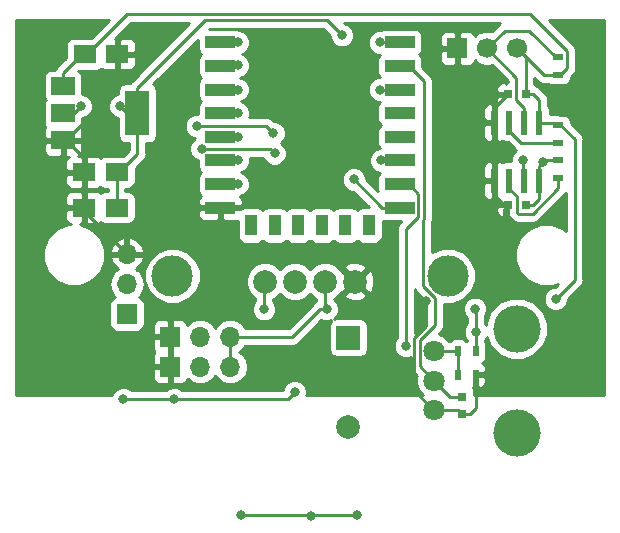
<source format=gbr>
G04 #@! TF.GenerationSoftware,KiCad,Pcbnew,6.0.0-rc1-unknown-59b0f55~66~ubuntu18.04.1*
G04 #@! TF.CreationDate,2018-12-02T19:59:02+01:00
G04 #@! TF.ProjectId,RoomUnit,526f6f6d-556e-4697-942e-6b696361645f,rev?*
G04 #@! TF.SameCoordinates,Original*
G04 #@! TF.FileFunction,Copper,L2,Bot*
G04 #@! TF.FilePolarity,Positive*
%FSLAX46Y46*%
G04 Gerber Fmt 4.6, Leading zero omitted, Abs format (unit mm)*
G04 Created by KiCad (PCBNEW 6.0.0-rc1-unknown-59b0f55~66~ubuntu18.04.1) date So 02 Dez 2018 19:59:02 CET*
%MOMM*%
%LPD*%
G01*
G04 APERTURE LIST*
G04 #@! TA.AperFunction,ComponentPad*
%ADD10R,1.700000X1.700000*%
G04 #@! TD*
G04 #@! TA.AperFunction,ComponentPad*
%ADD11O,1.700000X1.700000*%
G04 #@! TD*
G04 #@! TA.AperFunction,WasherPad*
%ADD12C,3.500000*%
G04 #@! TD*
G04 #@! TA.AperFunction,ComponentPad*
%ADD13C,2.000000*%
G04 #@! TD*
G04 #@! TA.AperFunction,SMDPad,CuDef*
%ADD14R,0.600000X2.000000*%
G04 #@! TD*
G04 #@! TA.AperFunction,SMDPad,CuDef*
%ADD15R,2.500000X1.000000*%
G04 #@! TD*
G04 #@! TA.AperFunction,SMDPad,CuDef*
%ADD16R,1.000000X1.800000*%
G04 #@! TD*
G04 #@! TA.AperFunction,SMDPad,CuDef*
%ADD17R,2.000000X3.800000*%
G04 #@! TD*
G04 #@! TA.AperFunction,SMDPad,CuDef*
%ADD18R,2.000000X1.500000*%
G04 #@! TD*
G04 #@! TA.AperFunction,ComponentPad*
%ADD19C,1.800000*%
G04 #@! TD*
G04 #@! TA.AperFunction,WasherPad*
%ADD20C,4.000000*%
G04 #@! TD*
G04 #@! TA.AperFunction,SMDPad,CuDef*
%ADD21R,0.900000X0.500000*%
G04 #@! TD*
G04 #@! TA.AperFunction,SMDPad,CuDef*
%ADD22R,0.500000X0.900000*%
G04 #@! TD*
G04 #@! TA.AperFunction,ComponentPad*
%ADD23C,1.700000*%
G04 #@! TD*
G04 #@! TA.AperFunction,SMDPad,CuDef*
%ADD24R,0.800000X0.750000*%
G04 #@! TD*
G04 #@! TA.AperFunction,SMDPad,CuDef*
%ADD25R,0.750000X0.800000*%
G04 #@! TD*
G04 #@! TA.AperFunction,SMDPad,CuDef*
%ADD26R,1.950000X1.500000*%
G04 #@! TD*
G04 #@! TA.AperFunction,ComponentPad*
%ADD27R,2.000000X2.000000*%
G04 #@! TD*
G04 #@! TA.AperFunction,ViaPad*
%ADD28C,0.800000*%
G04 #@! TD*
G04 #@! TA.AperFunction,Conductor*
%ADD29C,0.250000*%
G04 #@! TD*
G04 #@! TA.AperFunction,Conductor*
%ADD30C,0.254000*%
G04 #@! TD*
G04 APERTURE END LIST*
D10*
G04 #@! TO.P,J4,1*
G04 #@! TO.N,Net-(J4-Pad1)*
X134500000Y-105000000D03*
D11*
G04 #@! TO.P,J4,2*
G04 #@! TO.N,Net-(J4-Pad2)*
X134500000Y-102460000D03*
G04 #@! TO.P,J4,3*
G04 #@! TO.N,GND*
X134500000Y-99920000D03*
G04 #@! TD*
D12*
G04 #@! TO.P,U4,*
G04 #@! TO.N,*
X161650000Y-101750000D03*
X138350000Y-101750000D03*
D13*
G04 #@! TO.P,U4,4*
G04 #@! TO.N,/SDA*
X146190000Y-102250000D03*
G04 #@! TO.P,U4,3*
G04 #@! TO.N,/SCL*
X148730000Y-102250000D03*
G04 #@! TO.P,U4,2*
G04 #@! TO.N,+3V3*
X151270000Y-102250000D03*
G04 #@! TO.P,U4,1*
G04 #@! TO.N,GND*
X153810000Y-102250000D03*
G04 #@! TD*
D14*
G04 #@! TO.P,U3,3*
G04 #@! TO.N,Net-(R4-Pad1)*
X166865000Y-93700000D03*
G04 #@! TO.P,U3,8*
G04 #@! TO.N,+5V*
X169405000Y-88800000D03*
G04 #@! TO.P,U3,7*
G04 #@! TO.N,/OW_DATA*
X168135000Y-88800000D03*
G04 #@! TO.P,U3,6*
G04 #@! TO.N,Net-(R11-Pad1)*
X166865000Y-88800000D03*
G04 #@! TO.P,U3,5*
G04 #@! TO.N,GND*
X165595000Y-88800000D03*
G04 #@! TO.P,U3,4*
X165595000Y-93700000D03*
G04 #@! TO.P,U3,2*
G04 #@! TO.N,/OW_DATA_33*
X168135000Y-93700000D03*
G04 #@! TO.P,U3,1*
G04 #@! TO.N,+3V3*
X169405000Y-93700000D03*
G04 #@! TD*
D15*
G04 #@! TO.P,U2,1*
G04 #@! TO.N,/RST*
X157600000Y-82000000D03*
G04 #@! TO.P,U2,2*
G04 #@! TO.N,/ADC*
X157600000Y-84000000D03*
G04 #@! TO.P,U2,3*
G04 #@! TO.N,/CH_PD*
X157600000Y-86000000D03*
G04 #@! TO.P,U2,4*
G04 #@! TO.N,N/C*
X157600000Y-88000000D03*
G04 #@! TO.P,U2,5*
X157600000Y-90000000D03*
G04 #@! TO.P,U2,6*
G04 #@! TO.N,/OW_DATA_33*
X157600000Y-92000000D03*
G04 #@! TO.P,U2,7*
G04 #@! TO.N,/BUZZ*
X157600000Y-94000000D03*
G04 #@! TO.P,U2,8*
G04 #@! TO.N,+3V3*
X157600000Y-96000000D03*
D16*
G04 #@! TO.P,U2,9*
G04 #@! TO.N,N/C*
X155000000Y-97500000D03*
G04 #@! TO.P,U2,10*
X153000000Y-97500000D03*
G04 #@! TO.P,U2,11*
X151000000Y-97500000D03*
G04 #@! TO.P,U2,12*
X149000000Y-97500000D03*
G04 #@! TO.P,U2,13*
X147000000Y-97500000D03*
G04 #@! TO.P,U2,14*
X145000000Y-97500000D03*
D15*
G04 #@! TO.P,U2,15*
G04 #@! TO.N,GND*
X142400000Y-96000000D03*
G04 #@! TO.P,U2,16*
G04 #@! TO.N,/GPIO15*
X142400000Y-94000000D03*
G04 #@! TO.P,U2,17*
G04 #@! TO.N,/GPIO2*
X142400000Y-92000000D03*
G04 #@! TO.P,U2,18*
G04 #@! TO.N,/GPIO0*
X142400000Y-90000000D03*
G04 #@! TO.P,U2,19*
G04 #@! TO.N,/SDA*
X142400000Y-88000000D03*
G04 #@! TO.P,U2,20*
G04 #@! TO.N,/SCL*
X142400000Y-86000000D03*
G04 #@! TO.P,U2,21*
G04 #@! TO.N,/RxD*
X142400000Y-84000000D03*
G04 #@! TO.P,U2,22*
G04 #@! TO.N,/TxD*
X142400000Y-82000000D03*
G04 #@! TD*
D17*
G04 #@! TO.P,U1,2*
G04 #@! TO.N,+3V3*
X135389484Y-87992592D03*
D18*
X129089484Y-87992592D03*
G04 #@! TO.P,U1,3*
G04 #@! TO.N,+5V*
X129089484Y-85692592D03*
G04 #@! TO.P,U1,1*
G04 #@! TO.N,GND*
X129089484Y-90292592D03*
G04 #@! TD*
D19*
G04 #@! TO.P,RV1,3*
G04 #@! TO.N,Net-(R1-Pad1)*
X160500000Y-108150000D03*
G04 #@! TO.P,RV1,2*
G04 #@! TO.N,/ADC*
X160500000Y-110650000D03*
G04 #@! TO.P,RV1,1*
G04 #@! TO.N,GND*
X160500000Y-113150000D03*
D20*
G04 #@! TO.P,RV1,0*
G04 #@! TO.N,*
X167500000Y-106250000D03*
X167500000Y-115050000D03*
G04 #@! TD*
D21*
G04 #@! TO.P,R11,1*
G04 #@! TO.N,Net-(R11-Pad1)*
X171000000Y-90500000D03*
G04 #@! TO.P,R11,2*
G04 #@! TO.N,+5V*
X171000000Y-89000000D03*
G04 #@! TD*
G04 #@! TO.P,R10,1*
G04 #@! TO.N,+5V*
X171000000Y-84750000D03*
G04 #@! TO.P,R10,2*
G04 #@! TO.N,/OW_DATA*
X171000000Y-83250000D03*
G04 #@! TD*
G04 #@! TO.P,R4,1*
G04 #@! TO.N,Net-(R4-Pad1)*
X171000000Y-93500000D03*
G04 #@! TO.P,R4,2*
G04 #@! TO.N,+3V3*
X171000000Y-92000000D03*
G04 #@! TD*
D22*
G04 #@! TO.P,R2,1*
G04 #@! TO.N,GND*
X164029842Y-110149748D03*
G04 #@! TO.P,R2,2*
G04 #@! TO.N,Net-(R1-Pad1)*
X162529842Y-110149748D03*
G04 #@! TD*
G04 #@! TO.P,R1,1*
G04 #@! TO.N,Net-(R1-Pad1)*
X162529842Y-108149748D03*
G04 #@! TO.P,R1,2*
G04 #@! TO.N,+3V3*
X164029842Y-108149748D03*
G04 #@! TD*
D23*
G04 #@! TO.P,J3,3*
G04 #@! TO.N,+5V*
X167540000Y-82500000D03*
G04 #@! TO.P,J3,2*
G04 #@! TO.N,/OW_DATA*
X165000000Y-82500000D03*
D10*
G04 #@! TO.P,J3,1*
G04 #@! TO.N,GND*
X162460000Y-82500000D03*
G04 #@! TD*
G04 #@! TO.P,J2,1*
G04 #@! TO.N,GND*
X138152840Y-109475547D03*
D11*
G04 #@! TO.P,J2,2*
G04 #@! TO.N,Net-(J2-Pad2)*
X140692840Y-109475547D03*
G04 #@! TO.P,J2,3*
G04 #@! TO.N,+3V3*
X143232840Y-109475547D03*
G04 #@! TD*
D10*
G04 #@! TO.P,J1,1*
G04 #@! TO.N,GND*
X138152840Y-106935547D03*
D11*
G04 #@! TO.P,J1,2*
G04 #@! TO.N,Net-(J1-Pad2)*
X140692840Y-106935547D03*
G04 #@! TO.P,J1,3*
G04 #@! TO.N,+3V3*
X143232840Y-106935547D03*
G04 #@! TD*
D24*
G04 #@! TO.P,C7,2*
G04 #@! TO.N,+5V*
X168250000Y-86400000D03*
G04 #@! TO.P,C7,1*
G04 #@! TO.N,GND*
X166750000Y-86400000D03*
G04 #@! TD*
G04 #@! TO.P,C6,2*
G04 #@! TO.N,GND*
X166750000Y-95750000D03*
G04 #@! TO.P,C6,1*
G04 #@! TO.N,+3V3*
X168250000Y-95750000D03*
G04 #@! TD*
D25*
G04 #@! TO.P,C5,2*
G04 #@! TO.N,GND*
X162879842Y-113499748D03*
G04 #@! TO.P,C5,1*
G04 #@! TO.N,/ADC*
X162879842Y-111999748D03*
G04 #@! TD*
D26*
G04 #@! TO.P,C4,1*
G04 #@! TO.N,+3V3*
X133614484Y-95992592D03*
G04 #@! TO.P,C4,2*
G04 #@! TO.N,GND*
X130864484Y-95992592D03*
G04 #@! TD*
G04 #@! TO.P,C3,1*
G04 #@! TO.N,+3V3*
X133614484Y-92992592D03*
G04 #@! TO.P,C3,2*
G04 #@! TO.N,GND*
X130864484Y-92992592D03*
G04 #@! TD*
G04 #@! TO.P,C1,1*
G04 #@! TO.N,+5V*
X130931793Y-82992592D03*
G04 #@! TO.P,C1,2*
G04 #@! TO.N,GND*
X133681793Y-82992592D03*
G04 #@! TD*
D27*
G04 #@! TO.P,BZ1,1*
G04 #@! TO.N,+5V*
X153250000Y-107000000D03*
D13*
G04 #@! TO.P,BZ1,2*
G04 #@! TO.N,Net-(BZ1-Pad2)*
X153250000Y-114600000D03*
G04 #@! TD*
D28*
G04 #@! TO.N,+5V*
X170800000Y-103700000D03*
G04 #@! TO.N,GND*
X144125000Y-122000000D03*
X166400000Y-102900000D03*
X150044348Y-122064751D03*
X159825010Y-103926327D03*
X150600000Y-109400000D03*
X170000000Y-110000000D03*
X130000000Y-105000000D03*
X154000000Y-122000000D03*
G04 #@! TO.N,/RST*
X155900000Y-82000000D03*
G04 #@! TO.N,+3V3*
X169700000Y-92155000D03*
X152700000Y-81400000D03*
X153700000Y-93600000D03*
X151400000Y-104600000D03*
X163978071Y-104550011D03*
X164029842Y-106500000D03*
X130600000Y-87400000D03*
X133900000Y-87400000D03*
G04 #@! TO.N,Net-(J1-Pad2)*
X140400000Y-89100000D03*
X146900000Y-89700000D03*
G04 #@! TO.N,Net-(J2-Pad2)*
X140818335Y-91000001D03*
X147000000Y-91400000D03*
G04 #@! TO.N,/OW_DATA_33*
X156000000Y-92000000D03*
X168000000Y-92000000D03*
G04 #@! TO.N,/GPIO15*
X143900000Y-94000000D03*
G04 #@! TO.N,/CH_PD*
X155900000Y-86000000D03*
G04 #@! TO.N,/GPIO0*
X143900000Y-90000000D03*
G04 #@! TO.N,/GPIO2*
X143900000Y-92000000D03*
G04 #@! TO.N,/BUZZ*
X158099978Y-107700000D03*
G04 #@! TO.N,/SDA*
X143900000Y-88000000D03*
X146100000Y-104600000D03*
G04 #@! TO.N,/SCL*
X143900000Y-86000000D03*
X148700000Y-111600000D03*
X134200000Y-112200000D03*
X138500000Y-112200000D03*
G04 #@! TO.N,/RxD*
X143900000Y-83950009D03*
G04 #@! TO.N,/TxD*
X143900000Y-82000000D03*
G04 #@! TD*
D29*
G04 #@! TO.N,+5V*
X169405000Y-88800000D02*
X169405000Y-89500000D01*
X169405000Y-86905000D02*
X169405000Y-88800000D01*
X168900000Y-86400000D02*
X169405000Y-86905000D01*
X168250000Y-86400000D02*
X168900000Y-86400000D01*
X170800000Y-88800000D02*
X171000000Y-89000000D01*
X169405000Y-88800000D02*
X170800000Y-88800000D01*
X131156793Y-82992592D02*
X134524386Y-79624999D01*
X130931793Y-82992592D02*
X131156793Y-82992592D01*
X129089484Y-84609901D02*
X130706793Y-82992592D01*
X130706793Y-82992592D02*
X130931793Y-82992592D01*
X129089484Y-85692592D02*
X129089484Y-84609901D01*
X153250000Y-107000000D02*
X153328998Y-107000000D01*
X171200000Y-89000000D02*
X171000000Y-89000000D01*
X172400000Y-90200000D02*
X171200000Y-89000000D01*
X172400000Y-102100000D02*
X172400000Y-90200000D01*
X170800000Y-103700000D02*
X172400000Y-102100000D01*
X168250000Y-83210000D02*
X167540000Y-82500000D01*
X168250000Y-86400000D02*
X168250000Y-83210000D01*
X169790000Y-84750000D02*
X167540000Y-82500000D01*
X171000000Y-84750000D02*
X169790000Y-84750000D01*
X171000000Y-84750000D02*
X171200000Y-84750000D01*
X171200000Y-84750000D02*
X171775001Y-84174999D01*
X168660001Y-79624999D02*
X134524386Y-79624999D01*
X171775001Y-84174999D02*
X171775001Y-82739999D01*
X171775001Y-82739999D02*
X168660001Y-79624999D01*
G04 #@! TO.N,GND*
X166725000Y-86400000D02*
X166750000Y-86400000D01*
X165595000Y-87530000D02*
X166725000Y-86400000D01*
X165595000Y-88800000D02*
X165595000Y-87530000D01*
X165595000Y-94950000D02*
X165595000Y-93700000D01*
X166395000Y-95750000D02*
X165595000Y-94950000D01*
X166750000Y-95750000D02*
X166395000Y-95750000D01*
X130864484Y-95992592D02*
X130864484Y-92992592D01*
X130864484Y-91817592D02*
X129339484Y-90292592D01*
X130864484Y-92992592D02*
X130864484Y-91817592D01*
X129339484Y-90292592D02*
X129089484Y-90292592D01*
X133681793Y-85950283D02*
X129339484Y-90292592D01*
X133681793Y-82992592D02*
X133681793Y-85950283D01*
X165595000Y-94400000D02*
X165595000Y-93700000D01*
X162530094Y-113150000D02*
X162879842Y-113499748D01*
X160500000Y-113150000D02*
X162530094Y-113150000D01*
X164029842Y-112974748D02*
X164029842Y-110149748D01*
X163504842Y-113499748D02*
X164029842Y-112974748D01*
X162879842Y-113499748D02*
X163504842Y-113499748D01*
X166400000Y-96100000D02*
X166750000Y-95750000D01*
X166400000Y-102900000D02*
X166400000Y-96100000D01*
X162460000Y-86215000D02*
X165045000Y-88800000D01*
X165045000Y-88800000D02*
X165595000Y-88800000D01*
X162460000Y-82500000D02*
X162460000Y-86215000D01*
X144125000Y-122000000D02*
X149979597Y-122000000D01*
X149979597Y-122000000D02*
X150044348Y-122064751D01*
X160500000Y-113150000D02*
X158824988Y-111474988D01*
X158824988Y-107045716D02*
X159825010Y-106045694D01*
X158824988Y-111474988D02*
X158824988Y-107045716D01*
X159825010Y-106045694D02*
X159825010Y-103926327D01*
X137052840Y-109475547D02*
X136977293Y-109400000D01*
X138152840Y-109475547D02*
X137052840Y-109475547D01*
X150109099Y-122000000D02*
X150044348Y-122064751D01*
X154000000Y-122000000D02*
X150109099Y-122000000D01*
X130864484Y-96284484D02*
X130864484Y-95992592D01*
X134500000Y-99920000D02*
X130864484Y-96284484D01*
G04 #@! TO.N,/RST*
X157600000Y-82000000D02*
X155900000Y-82000000D01*
G04 #@! TO.N,+3V3*
X169405000Y-95245000D02*
X169405000Y-93700000D01*
X168900000Y-95750000D02*
X169405000Y-95245000D01*
X168250000Y-95750000D02*
X168900000Y-95750000D01*
X169405000Y-92450000D02*
X169405000Y-93700000D01*
X169855000Y-92000000D02*
X169405000Y-92450000D01*
X171000000Y-92000000D02*
X169855000Y-92000000D01*
X133839484Y-92992592D02*
X133614484Y-92992592D01*
X135389484Y-91442592D02*
X133839484Y-92992592D01*
X135389484Y-87992592D02*
X135389484Y-91442592D01*
X133614484Y-92992592D02*
X133614484Y-95992592D01*
X156100000Y-96000000D02*
X157600000Y-96000000D01*
X135389484Y-85842592D02*
X141132076Y-80100000D01*
X135389484Y-87992592D02*
X135389484Y-85842592D01*
X141132076Y-80100000D02*
X151400000Y-80100000D01*
X151400000Y-80100000D02*
X152700000Y-81400000D01*
X156100000Y-96000000D02*
X153700000Y-93600000D01*
X151270000Y-102250000D02*
X151270000Y-104470000D01*
X151270000Y-104470000D02*
X151400000Y-104600000D01*
X164029842Y-104601782D02*
X163978071Y-104550011D01*
X164029842Y-108149748D02*
X164029842Y-106500000D01*
X164029842Y-106500000D02*
X164029842Y-104601782D01*
X129089484Y-87992592D02*
X130007408Y-87992592D01*
X130007408Y-87992592D02*
X130600000Y-87400000D01*
X134492592Y-87992592D02*
X133900000Y-87400000D01*
X135389484Y-87992592D02*
X134492592Y-87992592D01*
X150834315Y-104600000D02*
X148498768Y-106935547D01*
X148498768Y-106935547D02*
X143232840Y-106935547D01*
X151400000Y-104600000D02*
X150834315Y-104600000D01*
X143232840Y-106935547D02*
X143232840Y-109475547D01*
G04 #@! TO.N,/ADC*
X161849748Y-111999748D02*
X162879842Y-111999748D01*
X160500000Y-110650000D02*
X161849748Y-111999748D01*
X159274999Y-109424999D02*
X159274999Y-107232116D01*
X160550012Y-105957103D02*
X160550012Y-103613349D01*
X159274999Y-107232116D02*
X160550012Y-105957103D01*
X160550012Y-103613349D02*
X159550012Y-102613349D01*
X159550012Y-97021401D02*
X159625012Y-96946401D01*
X160500000Y-110650000D02*
X159274999Y-109424999D01*
X158350000Y-84000000D02*
X157600000Y-84000000D01*
X159625012Y-85275012D02*
X158350000Y-84000000D01*
X159550012Y-102613349D02*
X159550012Y-97021401D01*
X159625012Y-96946401D02*
X159625012Y-85275012D01*
G04 #@! TO.N,Net-(J1-Pad2)*
X140400000Y-89100000D02*
X146300000Y-89100000D01*
X146300000Y-89100000D02*
X146900000Y-89700000D01*
G04 #@! TO.N,Net-(J2-Pad2)*
X140818335Y-91000001D02*
X146600001Y-91000001D01*
X146600001Y-91000001D02*
X147000000Y-91400000D01*
G04 #@! TO.N,/OW_DATA*
X168135000Y-88800000D02*
X168135000Y-88100000D01*
X168135000Y-87550000D02*
X168135000Y-88800000D01*
X167475001Y-86890001D02*
X168135000Y-87550000D01*
X167475001Y-84975001D02*
X167475001Y-86890001D01*
X165000000Y-82500000D02*
X167475001Y-84975001D01*
X166500000Y-81000000D02*
X165000000Y-82500000D01*
X168550000Y-81000000D02*
X166500000Y-81000000D01*
X171000000Y-83250000D02*
X170800000Y-83250000D01*
X170800000Y-83250000D02*
X168550000Y-81000000D01*
G04 #@! TO.N,Net-(R1-Pad1)*
X162529590Y-108150000D02*
X162529842Y-108149748D01*
X160500000Y-108150000D02*
X162529590Y-108150000D01*
X162529842Y-110149748D02*
X162529842Y-108149748D01*
G04 #@! TO.N,/OW_DATA_33*
X168135000Y-93700000D02*
X168135000Y-93000000D01*
X157600000Y-92000000D02*
X156000000Y-92000000D01*
X168000000Y-93565000D02*
X168135000Y-93700000D01*
X168000000Y-92000000D02*
X168000000Y-93565000D01*
G04 #@! TO.N,Net-(R4-Pad1)*
X171000000Y-94360002D02*
X168860002Y-96500000D01*
X171000000Y-93500000D02*
X171000000Y-94360002D01*
X167639998Y-96500000D02*
X167500000Y-96360002D01*
X168860002Y-96500000D02*
X167639998Y-96500000D01*
X166865000Y-94400000D02*
X166865000Y-93700000D01*
X167500000Y-95035000D02*
X166865000Y-94400000D01*
X167500000Y-96360002D02*
X167500000Y-95035000D01*
G04 #@! TO.N,/GPIO15*
X142400000Y-94000000D02*
X143900000Y-94000000D01*
G04 #@! TO.N,/CH_PD*
X155900000Y-86000000D02*
X157600000Y-86000000D01*
G04 #@! TO.N,/GPIO0*
X142400000Y-90000000D02*
X143900000Y-90000000D01*
G04 #@! TO.N,/GPIO2*
X142400000Y-92000000D02*
X143900000Y-92000000D01*
G04 #@! TO.N,/BUZZ*
X158350000Y-94000000D02*
X157600000Y-94000000D01*
X159175001Y-94825001D02*
X158350000Y-94000000D01*
X159175001Y-96760001D02*
X159175001Y-94825001D01*
X158099978Y-107700000D02*
X158099978Y-97835024D01*
X158099978Y-97835024D02*
X159175001Y-96760001D01*
G04 #@! TO.N,/SDA*
X143900000Y-88000000D02*
X142400000Y-88000000D01*
X146100000Y-102340000D02*
X146190000Y-102250000D01*
X146100000Y-104600000D02*
X146100000Y-102340000D01*
G04 #@! TO.N,/SCL*
X142400000Y-86000000D02*
X143900000Y-86000000D01*
X148700000Y-111600000D02*
X148100000Y-112200000D01*
X148100000Y-112200000D02*
X134200000Y-112200000D01*
G04 #@! TO.N,Net-(R11-Pad1)*
X166865000Y-89500000D02*
X166865000Y-88800000D01*
X167865000Y-90500000D02*
X166865000Y-89500000D01*
X171000000Y-90500000D02*
X167865000Y-90500000D01*
G04 #@! TO.N,/RxD*
X142449991Y-83950009D02*
X143334315Y-83950009D01*
X142400000Y-84000000D02*
X142449991Y-83950009D01*
X143334315Y-83950009D02*
X143900000Y-83950009D01*
G04 #@! TO.N,/TxD*
X143900000Y-82000000D02*
X142400000Y-82000000D01*
G04 #@! TD*
D30*
G04 #@! TO.N,GND*
G36*
X131482589Y-81603309D02*
X129956793Y-81603309D01*
X129712150Y-81651972D01*
X129504752Y-81790551D01*
X129366173Y-81997949D01*
X129317510Y-82242592D01*
X129317510Y-83318387D01*
X128610111Y-84025787D01*
X128547324Y-84067740D01*
X128505371Y-84130527D01*
X128505370Y-84130528D01*
X128389921Y-84303309D01*
X128089484Y-84303309D01*
X127844841Y-84351972D01*
X127637443Y-84490551D01*
X127498864Y-84697949D01*
X127450201Y-84942592D01*
X127450201Y-86442592D01*
X127498864Y-86687235D01*
X127602670Y-86842592D01*
X127498864Y-86997949D01*
X127450201Y-87242592D01*
X127450201Y-88742592D01*
X127498864Y-88987235D01*
X127598179Y-89135871D01*
X127551157Y-89182893D01*
X127454484Y-89416282D01*
X127454484Y-90006842D01*
X127613234Y-90165592D01*
X128962484Y-90165592D01*
X128962484Y-90145592D01*
X129216484Y-90145592D01*
X129216484Y-90165592D01*
X130565734Y-90165592D01*
X130724484Y-90006842D01*
X130724484Y-89416282D01*
X130627811Y-89182893D01*
X130580789Y-89135871D01*
X130680104Y-88987235D01*
X130728767Y-88742592D01*
X130728767Y-88427000D01*
X130804283Y-88427000D01*
X131181749Y-88270648D01*
X131470648Y-87981749D01*
X131627000Y-87604283D01*
X131627000Y-87195717D01*
X131470648Y-86818251D01*
X131181749Y-86529352D01*
X130804283Y-86373000D01*
X130728767Y-86373000D01*
X130728767Y-84942592D01*
X130680104Y-84697949D01*
X130541525Y-84490551D01*
X130380150Y-84382723D01*
X130380998Y-84381875D01*
X131906793Y-84381875D01*
X132151436Y-84333212D01*
X132300072Y-84233896D01*
X132347095Y-84280919D01*
X132580484Y-84377592D01*
X133396043Y-84377592D01*
X133554793Y-84218842D01*
X133554793Y-83119592D01*
X133808793Y-83119592D01*
X133808793Y-84218842D01*
X133967543Y-84377592D01*
X134783102Y-84377592D01*
X135016491Y-84280919D01*
X135195120Y-84102291D01*
X135291793Y-83868902D01*
X135291793Y-83278342D01*
X135133043Y-83119592D01*
X133808793Y-83119592D01*
X133554793Y-83119592D01*
X133534793Y-83119592D01*
X133534793Y-82865592D01*
X133554793Y-82865592D01*
X133554793Y-81766342D01*
X133808793Y-81766342D01*
X133808793Y-82865592D01*
X135133043Y-82865592D01*
X135291793Y-82706842D01*
X135291793Y-82116282D01*
X135195120Y-81882893D01*
X135016491Y-81704265D01*
X134783102Y-81607592D01*
X133967543Y-81607592D01*
X133808793Y-81766342D01*
X133554793Y-81766342D01*
X133500662Y-81712211D01*
X134835874Y-80376999D01*
X139791588Y-80376999D01*
X134910111Y-85258478D01*
X134847324Y-85300431D01*
X134805371Y-85363218D01*
X134805370Y-85363219D01*
X134745173Y-85453309D01*
X134389484Y-85453309D01*
X134144841Y-85501972D01*
X133937443Y-85640551D01*
X133798864Y-85847949D01*
X133750201Y-86092592D01*
X133750201Y-86373000D01*
X133695717Y-86373000D01*
X133318251Y-86529352D01*
X133029352Y-86818251D01*
X132873000Y-87195717D01*
X132873000Y-87604283D01*
X133029352Y-87981749D01*
X133318251Y-88270648D01*
X133695717Y-88427000D01*
X133750201Y-88427000D01*
X133750201Y-89892592D01*
X133798864Y-90137235D01*
X133937443Y-90344633D01*
X134144841Y-90483212D01*
X134389484Y-90531875D01*
X134637485Y-90531875D01*
X134637485Y-91131103D01*
X134165279Y-91603309D01*
X132639484Y-91603309D01*
X132394841Y-91651972D01*
X132246205Y-91751288D01*
X132199182Y-91704265D01*
X131965793Y-91607592D01*
X131150234Y-91607592D01*
X130991484Y-91766342D01*
X130991484Y-92865592D01*
X131011484Y-92865592D01*
X131011484Y-93119592D01*
X130991484Y-93119592D01*
X130991484Y-94218842D01*
X131150234Y-94377592D01*
X131965793Y-94377592D01*
X132199182Y-94280919D01*
X132246205Y-94233896D01*
X132394841Y-94333212D01*
X132639484Y-94381875D01*
X132862484Y-94381875D01*
X132862485Y-94603309D01*
X132639484Y-94603309D01*
X132394841Y-94651972D01*
X132246205Y-94751288D01*
X132199182Y-94704265D01*
X131965793Y-94607592D01*
X131150234Y-94607592D01*
X130991484Y-94766342D01*
X130991484Y-95865592D01*
X131011484Y-95865592D01*
X131011484Y-96119592D01*
X130991484Y-96119592D01*
X130991484Y-97218842D01*
X131150234Y-97377592D01*
X131965793Y-97377592D01*
X132199182Y-97280919D01*
X132246205Y-97233896D01*
X132394841Y-97333212D01*
X132639484Y-97381875D01*
X134589484Y-97381875D01*
X134834127Y-97333212D01*
X135041525Y-97194633D01*
X135180104Y-96987235D01*
X135228767Y-96742592D01*
X135228767Y-96285750D01*
X140515000Y-96285750D01*
X140515000Y-96626310D01*
X140611673Y-96859699D01*
X140790302Y-97038327D01*
X141023691Y-97135000D01*
X142114250Y-97135000D01*
X142273000Y-96976250D01*
X142273000Y-96127000D01*
X140673750Y-96127000D01*
X140515000Y-96285750D01*
X135228767Y-96285750D01*
X135228767Y-95242592D01*
X135180104Y-94997949D01*
X135041525Y-94790551D01*
X134834127Y-94651972D01*
X134589484Y-94603309D01*
X134366484Y-94603309D01*
X134366484Y-94381875D01*
X134589484Y-94381875D01*
X134834127Y-94333212D01*
X135041525Y-94194633D01*
X135180104Y-93987235D01*
X135228767Y-93742592D01*
X135228767Y-92666797D01*
X135868857Y-92026707D01*
X135931645Y-91984753D01*
X136097852Y-91736008D01*
X136141484Y-91516655D01*
X136141484Y-91516652D01*
X136156215Y-91442593D01*
X136141484Y-91368534D01*
X136141484Y-90531875D01*
X136389484Y-90531875D01*
X136634127Y-90483212D01*
X136841525Y-90344633D01*
X136980104Y-90137235D01*
X137028767Y-89892592D01*
X137028767Y-86092592D01*
X136980104Y-85847949D01*
X136841525Y-85640551D01*
X136729719Y-85565844D01*
X140510717Y-81784848D01*
X140510717Y-82500000D01*
X140559380Y-82744643D01*
X140697959Y-82952041D01*
X140769735Y-83000000D01*
X140697959Y-83047959D01*
X140559380Y-83255357D01*
X140510717Y-83500000D01*
X140510717Y-84500000D01*
X140559380Y-84744643D01*
X140697959Y-84952041D01*
X140769735Y-85000000D01*
X140697959Y-85047959D01*
X140559380Y-85255357D01*
X140510717Y-85500000D01*
X140510717Y-86500000D01*
X140559380Y-86744643D01*
X140697959Y-86952041D01*
X140769735Y-87000000D01*
X140697959Y-87047959D01*
X140559380Y-87255357D01*
X140510717Y-87500000D01*
X140510717Y-88073000D01*
X140195717Y-88073000D01*
X139818251Y-88229352D01*
X139529352Y-88518251D01*
X139373000Y-88895717D01*
X139373000Y-89304283D01*
X139529352Y-89681749D01*
X139818251Y-89970648D01*
X140195717Y-90127000D01*
X140242267Y-90127000D01*
X140236586Y-90129353D01*
X139947687Y-90418252D01*
X139791335Y-90795718D01*
X139791335Y-91204284D01*
X139947687Y-91581750D01*
X140236586Y-91870649D01*
X140510717Y-91984198D01*
X140510717Y-92500000D01*
X140559380Y-92744643D01*
X140697959Y-92952041D01*
X140769735Y-93000000D01*
X140697959Y-93047959D01*
X140559380Y-93255357D01*
X140510717Y-93500000D01*
X140510717Y-94500000D01*
X140559380Y-94744643D01*
X140697959Y-94952041D01*
X140759088Y-94992886D01*
X140611673Y-95140301D01*
X140515000Y-95373690D01*
X140515000Y-95714250D01*
X140673750Y-95873000D01*
X142273000Y-95873000D01*
X142273000Y-95853000D01*
X142527000Y-95853000D01*
X142527000Y-95873000D01*
X144126250Y-95873000D01*
X144285000Y-95714250D01*
X144285000Y-95373690D01*
X144188327Y-95140301D01*
X144075025Y-95027000D01*
X144104283Y-95027000D01*
X144481749Y-94870648D01*
X144770648Y-94581749D01*
X144927000Y-94204283D01*
X144927000Y-93795717D01*
X144770648Y-93418251D01*
X144481749Y-93129352D01*
X144169467Y-93000000D01*
X144481749Y-92870648D01*
X144770648Y-92581749D01*
X144927000Y-92204283D01*
X144927000Y-91795717D01*
X144908892Y-91752001D01*
X146034187Y-91752001D01*
X146129352Y-91981749D01*
X146418251Y-92270648D01*
X146795717Y-92427000D01*
X147204283Y-92427000D01*
X147581749Y-92270648D01*
X147870648Y-91981749D01*
X148027000Y-91604283D01*
X148027000Y-91195717D01*
X147870648Y-90818251D01*
X147581749Y-90529352D01*
X147540239Y-90512158D01*
X147770648Y-90281749D01*
X147927000Y-89904283D01*
X147927000Y-89495717D01*
X147770648Y-89118251D01*
X147481749Y-88829352D01*
X147104283Y-88673000D01*
X146936487Y-88673000D01*
X146884116Y-88620629D01*
X146842161Y-88557839D01*
X146593416Y-88391632D01*
X146374063Y-88348000D01*
X146374059Y-88348000D01*
X146300000Y-88333269D01*
X146225941Y-88348000D01*
X144867470Y-88348000D01*
X144927000Y-88204283D01*
X144927000Y-87795717D01*
X144770648Y-87418251D01*
X144481749Y-87129352D01*
X144169467Y-87000000D01*
X144481749Y-86870648D01*
X144770648Y-86581749D01*
X144927000Y-86204283D01*
X144927000Y-85795717D01*
X144770648Y-85418251D01*
X144481749Y-85129352D01*
X144109122Y-84975005D01*
X144481749Y-84820657D01*
X144770648Y-84531758D01*
X144927000Y-84154292D01*
X144927000Y-83745726D01*
X144770648Y-83368260D01*
X144481749Y-83079361D01*
X144229811Y-82975005D01*
X144481749Y-82870648D01*
X144770648Y-82581749D01*
X144927000Y-82204283D01*
X144927000Y-81795717D01*
X144770648Y-81418251D01*
X144481749Y-81129352D01*
X144104283Y-80973000D01*
X143989857Y-80973000D01*
X143894643Y-80909380D01*
X143650000Y-80860717D01*
X141434848Y-80860717D01*
X141443565Y-80852000D01*
X151088513Y-80852000D01*
X151673000Y-81436488D01*
X151673000Y-81604283D01*
X151829352Y-81981749D01*
X152118251Y-82270648D01*
X152495717Y-82427000D01*
X152904283Y-82427000D01*
X153281749Y-82270648D01*
X153570648Y-81981749D01*
X153727000Y-81604283D01*
X153727000Y-81195717D01*
X153570648Y-80818251D01*
X153281749Y-80529352D01*
X152913937Y-80376999D01*
X166078823Y-80376999D01*
X166020625Y-80415886D01*
X166020623Y-80415888D01*
X165957839Y-80457839D01*
X165915887Y-80520624D01*
X165378447Y-81058065D01*
X165293794Y-81023000D01*
X164706206Y-81023000D01*
X164163347Y-81247860D01*
X163928164Y-81483043D01*
X163848327Y-81290301D01*
X163669698Y-81111673D01*
X163436309Y-81015000D01*
X162745750Y-81015000D01*
X162587000Y-81173750D01*
X162587000Y-82373000D01*
X162607000Y-82373000D01*
X162607000Y-82627000D01*
X162587000Y-82627000D01*
X162587000Y-83826250D01*
X162745750Y-83985000D01*
X163436309Y-83985000D01*
X163669698Y-83888327D01*
X163848327Y-83709699D01*
X163928164Y-83516957D01*
X164163347Y-83752140D01*
X164706206Y-83977000D01*
X165293794Y-83977000D01*
X165378448Y-83941935D01*
X166723001Y-85286489D01*
X166723001Y-85390000D01*
X166622998Y-85390000D01*
X166622998Y-85548748D01*
X166464250Y-85390000D01*
X166223691Y-85390000D01*
X165990302Y-85486673D01*
X165811673Y-85665301D01*
X165715000Y-85898690D01*
X165715000Y-86114250D01*
X165873750Y-86273000D01*
X166623000Y-86273000D01*
X166623000Y-86253000D01*
X166723002Y-86253000D01*
X166723002Y-86547000D01*
X166623000Y-86547000D01*
X166623000Y-86527000D01*
X165873750Y-86527000D01*
X165715000Y-86685750D01*
X165715000Y-86901310D01*
X165811673Y-87134699D01*
X165861362Y-87184388D01*
X165722000Y-87323750D01*
X165722000Y-88673000D01*
X165742000Y-88673000D01*
X165742000Y-88927000D01*
X165722000Y-88927000D01*
X165722000Y-90276250D01*
X165880750Y-90435000D01*
X166021309Y-90435000D01*
X166246918Y-90341550D01*
X166320357Y-90390620D01*
X166565000Y-90439283D01*
X166740795Y-90439283D01*
X167280887Y-90979376D01*
X167322839Y-91042161D01*
X167385623Y-91084112D01*
X167385626Y-91084115D01*
X167439905Y-91120383D01*
X167418251Y-91129352D01*
X167129352Y-91418251D01*
X166973000Y-91795717D01*
X166973000Y-92060717D01*
X166565000Y-92060717D01*
X166320357Y-92109380D01*
X166246918Y-92158450D01*
X166021309Y-92065000D01*
X165880750Y-92065000D01*
X165722000Y-92223750D01*
X165722000Y-93573000D01*
X165742000Y-93573000D01*
X165742000Y-93827000D01*
X165722000Y-93827000D01*
X165722000Y-95176250D01*
X165738267Y-95192517D01*
X165715000Y-95248690D01*
X165715000Y-95464250D01*
X165873750Y-95623000D01*
X166623000Y-95623000D01*
X166623000Y-95603000D01*
X166748001Y-95603000D01*
X166748000Y-96285943D01*
X166733269Y-96360002D01*
X166748000Y-96434061D01*
X166748000Y-96434064D01*
X166791632Y-96653417D01*
X166957839Y-96902163D01*
X167020629Y-96944118D01*
X167055882Y-96979371D01*
X167097837Y-97042161D01*
X167346582Y-97208368D01*
X167565935Y-97252000D01*
X167565938Y-97252000D01*
X167639997Y-97266731D01*
X167714056Y-97252000D01*
X168785943Y-97252000D01*
X168860002Y-97266731D01*
X168934061Y-97252000D01*
X168934065Y-97252000D01*
X169153418Y-97208368D01*
X169402163Y-97042161D01*
X169444118Y-96979371D01*
X171479373Y-94944117D01*
X171542161Y-94902163D01*
X171648001Y-94743764D01*
X171648000Y-97932861D01*
X171488076Y-97772937D01*
X170522543Y-97373000D01*
X169477457Y-97373000D01*
X168511924Y-97772937D01*
X167772937Y-98511924D01*
X167373000Y-99477457D01*
X167373000Y-100522543D01*
X167772937Y-101488076D01*
X168511924Y-102227063D01*
X169477457Y-102627000D01*
X170522543Y-102627000D01*
X171012431Y-102424082D01*
X170763513Y-102673000D01*
X170595717Y-102673000D01*
X170218251Y-102829352D01*
X169929352Y-103118251D01*
X169773000Y-103495717D01*
X169773000Y-103904283D01*
X169929352Y-104281749D01*
X170218251Y-104570648D01*
X170595717Y-104727000D01*
X171004283Y-104727000D01*
X171381749Y-104570648D01*
X171670648Y-104281749D01*
X171827000Y-103904283D01*
X171827000Y-103736487D01*
X172879374Y-102684114D01*
X172942161Y-102642161D01*
X173108368Y-102393416D01*
X173152000Y-102174063D01*
X173152000Y-102174059D01*
X173166731Y-102100000D01*
X173152000Y-102025941D01*
X173152000Y-90274058D01*
X173166731Y-90199999D01*
X173152000Y-90125940D01*
X173152000Y-90125937D01*
X173108368Y-89906584D01*
X173042742Y-89808368D01*
X172984114Y-89720625D01*
X172984112Y-89720623D01*
X172942161Y-89657839D01*
X172879376Y-89615887D01*
X172089283Y-88825795D01*
X172089283Y-88750000D01*
X172040620Y-88505357D01*
X171902041Y-88297959D01*
X171694643Y-88159380D01*
X171450000Y-88110717D01*
X171121979Y-88110717D01*
X171093416Y-88091632D01*
X170874063Y-88048000D01*
X170874059Y-88048000D01*
X170800000Y-88033269D01*
X170725941Y-88048000D01*
X170344283Y-88048000D01*
X170344283Y-87800000D01*
X170295620Y-87555357D01*
X170157041Y-87347959D01*
X170157000Y-87347932D01*
X170157000Y-86979059D01*
X170171731Y-86905000D01*
X170157000Y-86830941D01*
X170157000Y-86830937D01*
X170113368Y-86611584D01*
X169947161Y-86362839D01*
X169884374Y-86320886D01*
X169484116Y-85920629D01*
X169442161Y-85857839D01*
X169193416Y-85691632D01*
X169179484Y-85688861D01*
X169102041Y-85572959D01*
X169002000Y-85506114D01*
X169002000Y-85025489D01*
X169205887Y-85229376D01*
X169247839Y-85292161D01*
X169310623Y-85334112D01*
X169310626Y-85334115D01*
X169487115Y-85452041D01*
X169496584Y-85458368D01*
X169715937Y-85502000D01*
X169715941Y-85502000D01*
X169790000Y-85516731D01*
X169864059Y-85502000D01*
X170172728Y-85502000D01*
X170305357Y-85590620D01*
X170550000Y-85639283D01*
X171450000Y-85639283D01*
X171694643Y-85590620D01*
X171902041Y-85452041D01*
X172040620Y-85244643D01*
X172089283Y-85000000D01*
X172089283Y-84924205D01*
X172254377Y-84759112D01*
X172317162Y-84717160D01*
X172359113Y-84654376D01*
X172359115Y-84654374D01*
X172483369Y-84468415D01*
X172506531Y-84351972D01*
X172527001Y-84249062D01*
X172527001Y-84249059D01*
X172541732Y-84175000D01*
X172527001Y-84100941D01*
X172527001Y-82814057D01*
X172541732Y-82739998D01*
X172527001Y-82665939D01*
X172527001Y-82665936D01*
X172483369Y-82446583D01*
X172374884Y-82284224D01*
X172359115Y-82260624D01*
X172359113Y-82260622D01*
X172317162Y-82197838D01*
X172254377Y-82155886D01*
X170225490Y-80127000D01*
X174873000Y-80127000D01*
X174873000Y-111873000D01*
X163894125Y-111873000D01*
X163894125Y-111599748D01*
X163845462Y-111355105D01*
X163757452Y-111223388D01*
X163904842Y-111075998D01*
X163904842Y-110276748D01*
X164154842Y-110276748D01*
X164154842Y-111075998D01*
X164313592Y-111234748D01*
X164406151Y-111234748D01*
X164639540Y-111138075D01*
X164818169Y-110959447D01*
X164914842Y-110726058D01*
X164914842Y-110435498D01*
X164756092Y-110276748D01*
X164154842Y-110276748D01*
X163904842Y-110276748D01*
X163882842Y-110276748D01*
X163882842Y-110022748D01*
X163904842Y-110022748D01*
X163904842Y-110002748D01*
X164154842Y-110002748D01*
X164154842Y-110022748D01*
X164756092Y-110022748D01*
X164914842Y-109863998D01*
X164914842Y-109573438D01*
X164818169Y-109340049D01*
X164639540Y-109161421D01*
X164595258Y-109143079D01*
X164731883Y-109051789D01*
X164870462Y-108844391D01*
X164919125Y-108599748D01*
X164919125Y-107699748D01*
X164870462Y-107455105D01*
X164781842Y-107322476D01*
X164781842Y-107200397D01*
X164900490Y-107081749D01*
X164950784Y-106960330D01*
X165272937Y-107738076D01*
X166011924Y-108477063D01*
X166977457Y-108877000D01*
X168022543Y-108877000D01*
X168988076Y-108477063D01*
X169727063Y-107738076D01*
X170127000Y-106772543D01*
X170127000Y-105727457D01*
X169727063Y-104761924D01*
X168988076Y-104022937D01*
X168022543Y-103623000D01*
X166977457Y-103623000D01*
X166011924Y-104022937D01*
X165272937Y-104761924D01*
X164873000Y-105727457D01*
X164873000Y-105890761D01*
X164781842Y-105799603D01*
X164781842Y-105198637D01*
X164848719Y-105131760D01*
X165005071Y-104754294D01*
X165005071Y-104345728D01*
X164848719Y-103968262D01*
X164559820Y-103679363D01*
X164182354Y-103523011D01*
X163773788Y-103523011D01*
X163396322Y-103679363D01*
X163107423Y-103968262D01*
X162951071Y-104345728D01*
X162951071Y-104754294D01*
X163107423Y-105131760D01*
X163277843Y-105302180D01*
X163277842Y-105799603D01*
X163159194Y-105918251D01*
X163002842Y-106295717D01*
X163002842Y-106704283D01*
X163159194Y-107081749D01*
X163277843Y-107200398D01*
X163277843Y-107316490D01*
X163231883Y-107247707D01*
X163024485Y-107109128D01*
X162779842Y-107060465D01*
X162279842Y-107060465D01*
X162035199Y-107109128D01*
X161827801Y-107247707D01*
X161797719Y-107292728D01*
X161794528Y-107285024D01*
X161364976Y-106855472D01*
X160905466Y-106665137D01*
X161029386Y-106541217D01*
X161092173Y-106499264D01*
X161258380Y-106250519D01*
X161302012Y-106031166D01*
X161302012Y-106031162D01*
X161316743Y-105957103D01*
X161302012Y-105883044D01*
X161302012Y-104127000D01*
X162122815Y-104127000D01*
X162996462Y-103765123D01*
X163665123Y-103096462D01*
X164027000Y-102222815D01*
X164027000Y-101277185D01*
X163665123Y-100403538D01*
X162996462Y-99734877D01*
X162122815Y-99373000D01*
X161177185Y-99373000D01*
X160303538Y-99734877D01*
X160302012Y-99736403D01*
X160302012Y-97286762D01*
X160333380Y-97239817D01*
X160377012Y-97020464D01*
X160377012Y-97020461D01*
X160391743Y-96946402D01*
X160377012Y-96872343D01*
X160377012Y-96035750D01*
X165715000Y-96035750D01*
X165715000Y-96251310D01*
X165811673Y-96484699D01*
X165990302Y-96663327D01*
X166223691Y-96760000D01*
X166464250Y-96760000D01*
X166623000Y-96601250D01*
X166623000Y-95877000D01*
X165873750Y-95877000D01*
X165715000Y-96035750D01*
X160377012Y-96035750D01*
X160377012Y-93985750D01*
X164660000Y-93985750D01*
X164660000Y-94826310D01*
X164756673Y-95059699D01*
X164935302Y-95238327D01*
X165168691Y-95335000D01*
X165309250Y-95335000D01*
X165468000Y-95176250D01*
X165468000Y-93827000D01*
X164818750Y-93827000D01*
X164660000Y-93985750D01*
X160377012Y-93985750D01*
X160377012Y-92573690D01*
X164660000Y-92573690D01*
X164660000Y-93414250D01*
X164818750Y-93573000D01*
X165468000Y-93573000D01*
X165468000Y-92223750D01*
X165309250Y-92065000D01*
X165168691Y-92065000D01*
X164935302Y-92161673D01*
X164756673Y-92340301D01*
X164660000Y-92573690D01*
X160377012Y-92573690D01*
X160377012Y-89085750D01*
X164660000Y-89085750D01*
X164660000Y-89926310D01*
X164756673Y-90159699D01*
X164935302Y-90338327D01*
X165168691Y-90435000D01*
X165309250Y-90435000D01*
X165468000Y-90276250D01*
X165468000Y-88927000D01*
X164818750Y-88927000D01*
X164660000Y-89085750D01*
X160377012Y-89085750D01*
X160377012Y-87673690D01*
X164660000Y-87673690D01*
X164660000Y-88514250D01*
X164818750Y-88673000D01*
X165468000Y-88673000D01*
X165468000Y-87323750D01*
X165309250Y-87165000D01*
X165168691Y-87165000D01*
X164935302Y-87261673D01*
X164756673Y-87440301D01*
X164660000Y-87673690D01*
X160377012Y-87673690D01*
X160377012Y-85349070D01*
X160391743Y-85275011D01*
X160377012Y-85200952D01*
X160377012Y-85200949D01*
X160333380Y-84981596D01*
X160281075Y-84903316D01*
X160209126Y-84795637D01*
X160209124Y-84795635D01*
X160167173Y-84732851D01*
X160104388Y-84690899D01*
X159489283Y-84075795D01*
X159489283Y-83500000D01*
X159440620Y-83255357D01*
X159302041Y-83047959D01*
X159230265Y-83000000D01*
X159302041Y-82952041D01*
X159413153Y-82785750D01*
X160975000Y-82785750D01*
X160975000Y-83476310D01*
X161071673Y-83709699D01*
X161250302Y-83888327D01*
X161483691Y-83985000D01*
X162174250Y-83985000D01*
X162333000Y-83826250D01*
X162333000Y-82627000D01*
X161133750Y-82627000D01*
X160975000Y-82785750D01*
X159413153Y-82785750D01*
X159440620Y-82744643D01*
X159489283Y-82500000D01*
X159489283Y-81523690D01*
X160975000Y-81523690D01*
X160975000Y-82214250D01*
X161133750Y-82373000D01*
X162333000Y-82373000D01*
X162333000Y-81173750D01*
X162174250Y-81015000D01*
X161483691Y-81015000D01*
X161250302Y-81111673D01*
X161071673Y-81290301D01*
X160975000Y-81523690D01*
X159489283Y-81523690D01*
X159489283Y-81500000D01*
X159440620Y-81255357D01*
X159302041Y-81047959D01*
X159094643Y-80909380D01*
X158850000Y-80860717D01*
X156350000Y-80860717D01*
X156105357Y-80909380D01*
X156010143Y-80973000D01*
X155695717Y-80973000D01*
X155318251Y-81129352D01*
X155029352Y-81418251D01*
X154873000Y-81795717D01*
X154873000Y-82204283D01*
X155029352Y-82581749D01*
X155318251Y-82870648D01*
X155695717Y-83027000D01*
X155929326Y-83027000D01*
X155897959Y-83047959D01*
X155759380Y-83255357D01*
X155710717Y-83500000D01*
X155710717Y-84500000D01*
X155759380Y-84744643D01*
X155897959Y-84952041D01*
X155929326Y-84973000D01*
X155695717Y-84973000D01*
X155318251Y-85129352D01*
X155029352Y-85418251D01*
X154873000Y-85795717D01*
X154873000Y-86204283D01*
X155029352Y-86581749D01*
X155318251Y-86870648D01*
X155695717Y-87027000D01*
X155929326Y-87027000D01*
X155897959Y-87047959D01*
X155759380Y-87255357D01*
X155710717Y-87500000D01*
X155710717Y-88500000D01*
X155759380Y-88744643D01*
X155897959Y-88952041D01*
X155969735Y-89000000D01*
X155897959Y-89047959D01*
X155759380Y-89255357D01*
X155710717Y-89500000D01*
X155710717Y-90500000D01*
X155759380Y-90744643D01*
X155897959Y-90952041D01*
X155929326Y-90973000D01*
X155795717Y-90973000D01*
X155418251Y-91129352D01*
X155129352Y-91418251D01*
X154973000Y-91795717D01*
X154973000Y-92204283D01*
X155129352Y-92581749D01*
X155418251Y-92870648D01*
X155795717Y-93027000D01*
X155929326Y-93027000D01*
X155897959Y-93047959D01*
X155759380Y-93255357D01*
X155710717Y-93500000D01*
X155710717Y-94500000D01*
X155722444Y-94558956D01*
X154727000Y-93563513D01*
X154727000Y-93395717D01*
X154570648Y-93018251D01*
X154281749Y-92729352D01*
X153904283Y-92573000D01*
X153495717Y-92573000D01*
X153118251Y-92729352D01*
X152829352Y-93018251D01*
X152673000Y-93395717D01*
X152673000Y-93804283D01*
X152829352Y-94181749D01*
X153118251Y-94470648D01*
X153495717Y-94627000D01*
X153663513Y-94627000D01*
X154997228Y-95960717D01*
X154500000Y-95960717D01*
X154255357Y-96009380D01*
X154047959Y-96147959D01*
X154000000Y-96219735D01*
X153952041Y-96147959D01*
X153744643Y-96009380D01*
X153500000Y-95960717D01*
X152500000Y-95960717D01*
X152255357Y-96009380D01*
X152047959Y-96147959D01*
X152000000Y-96219735D01*
X151952041Y-96147959D01*
X151744643Y-96009380D01*
X151500000Y-95960717D01*
X150500000Y-95960717D01*
X150255357Y-96009380D01*
X150047959Y-96147959D01*
X150000000Y-96219735D01*
X149952041Y-96147959D01*
X149744643Y-96009380D01*
X149500000Y-95960717D01*
X148500000Y-95960717D01*
X148255357Y-96009380D01*
X148047959Y-96147959D01*
X148000000Y-96219735D01*
X147952041Y-96147959D01*
X147744643Y-96009380D01*
X147500000Y-95960717D01*
X146500000Y-95960717D01*
X146255357Y-96009380D01*
X146047959Y-96147959D01*
X146000000Y-96219735D01*
X145952041Y-96147959D01*
X145744643Y-96009380D01*
X145500000Y-95960717D01*
X144500000Y-95960717D01*
X144255357Y-96009380D01*
X144079326Y-96127000D01*
X142527000Y-96127000D01*
X142527000Y-96976250D01*
X142685750Y-97135000D01*
X143776309Y-97135000D01*
X143860717Y-97100037D01*
X143860717Y-98400000D01*
X143909380Y-98644643D01*
X144047959Y-98852041D01*
X144255357Y-98990620D01*
X144500000Y-99039283D01*
X145500000Y-99039283D01*
X145744643Y-98990620D01*
X145952041Y-98852041D01*
X146000000Y-98780265D01*
X146047959Y-98852041D01*
X146255357Y-98990620D01*
X146500000Y-99039283D01*
X147500000Y-99039283D01*
X147744643Y-98990620D01*
X147952041Y-98852041D01*
X148000000Y-98780265D01*
X148047959Y-98852041D01*
X148255357Y-98990620D01*
X148500000Y-99039283D01*
X149500000Y-99039283D01*
X149744643Y-98990620D01*
X149952041Y-98852041D01*
X150000000Y-98780265D01*
X150047959Y-98852041D01*
X150255357Y-98990620D01*
X150500000Y-99039283D01*
X151500000Y-99039283D01*
X151744643Y-98990620D01*
X151952041Y-98852041D01*
X152000000Y-98780265D01*
X152047959Y-98852041D01*
X152255357Y-98990620D01*
X152500000Y-99039283D01*
X153500000Y-99039283D01*
X153744643Y-98990620D01*
X153952041Y-98852041D01*
X154000000Y-98780265D01*
X154047959Y-98852041D01*
X154255357Y-98990620D01*
X154500000Y-99039283D01*
X155500000Y-99039283D01*
X155744643Y-98990620D01*
X155952041Y-98852041D01*
X156090620Y-98644643D01*
X156139283Y-98400000D01*
X156139283Y-97097368D01*
X156350000Y-97139283D01*
X157732232Y-97139283D01*
X157620605Y-97250910D01*
X157557818Y-97292863D01*
X157515865Y-97355650D01*
X157515864Y-97355651D01*
X157391610Y-97541609D01*
X157333247Y-97835024D01*
X157347979Y-97909088D01*
X157347978Y-106999603D01*
X157229330Y-107118251D01*
X157072978Y-107495717D01*
X157072978Y-107904283D01*
X157229330Y-108281749D01*
X157518229Y-108570648D01*
X157895695Y-108727000D01*
X158304261Y-108727000D01*
X158522999Y-108636395D01*
X158522999Y-109350940D01*
X158508268Y-109424999D01*
X158522999Y-109499058D01*
X158522999Y-109499061D01*
X158566631Y-109718414D01*
X158732838Y-109967160D01*
X158795628Y-110009115D01*
X159019797Y-110233284D01*
X158973000Y-110346261D01*
X158973000Y-110953739D01*
X159205472Y-111514976D01*
X159563496Y-111873000D01*
X149698536Y-111873000D01*
X149727000Y-111804283D01*
X149727000Y-111395717D01*
X149570648Y-111018251D01*
X149281749Y-110729352D01*
X148904283Y-110573000D01*
X148495717Y-110573000D01*
X148118251Y-110729352D01*
X147829352Y-111018251D01*
X147673000Y-111395717D01*
X147673000Y-111448000D01*
X139200397Y-111448000D01*
X139081749Y-111329352D01*
X138704283Y-111173000D01*
X138295717Y-111173000D01*
X137918251Y-111329352D01*
X137799603Y-111448000D01*
X134900397Y-111448000D01*
X134781749Y-111329352D01*
X134404283Y-111173000D01*
X133995717Y-111173000D01*
X133618251Y-111329352D01*
X133329352Y-111618251D01*
X133223831Y-111873000D01*
X125127000Y-111873000D01*
X125127000Y-109761297D01*
X136667840Y-109761297D01*
X136667840Y-110451856D01*
X136764513Y-110685245D01*
X136943141Y-110863874D01*
X137176530Y-110960547D01*
X137867090Y-110960547D01*
X138025840Y-110801797D01*
X138025840Y-109602547D01*
X136826590Y-109602547D01*
X136667840Y-109761297D01*
X125127000Y-109761297D01*
X125127000Y-107221297D01*
X136667840Y-107221297D01*
X136667840Y-107911856D01*
X136764513Y-108145245D01*
X136824815Y-108205547D01*
X136764513Y-108265849D01*
X136667840Y-108499238D01*
X136667840Y-109189797D01*
X136826590Y-109348547D01*
X138025840Y-109348547D01*
X138025840Y-107062547D01*
X136826590Y-107062547D01*
X136667840Y-107221297D01*
X125127000Y-107221297D01*
X125127000Y-99477457D01*
X127373000Y-99477457D01*
X127373000Y-100522543D01*
X127772937Y-101488076D01*
X128511924Y-102227063D01*
X129477457Y-102627000D01*
X130522543Y-102627000D01*
X130925716Y-102460000D01*
X132994064Y-102460000D01*
X133108697Y-103036297D01*
X133435142Y-103524858D01*
X133468123Y-103546895D01*
X133405357Y-103559380D01*
X133197959Y-103697959D01*
X133059380Y-103905357D01*
X133010717Y-104150000D01*
X133010717Y-105850000D01*
X133059380Y-106094643D01*
X133197959Y-106302041D01*
X133405357Y-106440620D01*
X133650000Y-106489283D01*
X135350000Y-106489283D01*
X135594643Y-106440620D01*
X135802041Y-106302041D01*
X135940620Y-106094643D01*
X135967553Y-105959238D01*
X136667840Y-105959238D01*
X136667840Y-106649797D01*
X136826590Y-106808547D01*
X138025840Y-106808547D01*
X138025840Y-105609297D01*
X138279840Y-105609297D01*
X138279840Y-106808547D01*
X138299840Y-106808547D01*
X138299840Y-107062547D01*
X138279840Y-107062547D01*
X138279840Y-109348547D01*
X138299840Y-109348547D01*
X138299840Y-109602547D01*
X138279840Y-109602547D01*
X138279840Y-110801797D01*
X138438590Y-110960547D01*
X139129150Y-110960547D01*
X139362539Y-110863874D01*
X139541167Y-110685245D01*
X139611425Y-110515626D01*
X139627982Y-110540405D01*
X140116543Y-110866850D01*
X140547369Y-110952547D01*
X140838311Y-110952547D01*
X141269137Y-110866850D01*
X141757698Y-110540405D01*
X141962840Y-110233387D01*
X142167982Y-110540405D01*
X142656543Y-110866850D01*
X143087369Y-110952547D01*
X143378311Y-110952547D01*
X143809137Y-110866850D01*
X144297698Y-110540405D01*
X144624143Y-110051844D01*
X144738776Y-109475547D01*
X144624143Y-108899250D01*
X144297698Y-108410689D01*
X143990680Y-108205547D01*
X144297698Y-108000405D01*
X144506742Y-107687547D01*
X148424709Y-107687547D01*
X148498768Y-107702278D01*
X148572827Y-107687547D01*
X148572831Y-107687547D01*
X148792184Y-107643915D01*
X149040929Y-107477708D01*
X149082884Y-107414918D01*
X150965969Y-105531835D01*
X151195717Y-105627000D01*
X151604283Y-105627000D01*
X151802615Y-105544848D01*
X151797959Y-105547959D01*
X151659380Y-105755357D01*
X151610717Y-106000000D01*
X151610717Y-108000000D01*
X151659380Y-108244643D01*
X151797959Y-108452041D01*
X152005357Y-108590620D01*
X152250000Y-108639283D01*
X154250000Y-108639283D01*
X154494643Y-108590620D01*
X154702041Y-108452041D01*
X154840620Y-108244643D01*
X154889283Y-108000000D01*
X154889283Y-106000000D01*
X154840620Y-105755357D01*
X154702041Y-105547959D01*
X154494643Y-105409380D01*
X154250000Y-105360717D01*
X152250000Y-105360717D01*
X152052368Y-105400029D01*
X152270648Y-105181749D01*
X152427000Y-104804283D01*
X152427000Y-104395717D01*
X152270648Y-104018251D01*
X152022000Y-103769603D01*
X152022000Y-103699564D01*
X152191622Y-103629304D01*
X152418394Y-103402532D01*
X152837073Y-103402532D01*
X152935736Y-103669387D01*
X153545461Y-103895908D01*
X154195460Y-103871856D01*
X154684264Y-103669387D01*
X154782927Y-103402532D01*
X153810000Y-102429605D01*
X152837073Y-103402532D01*
X152418394Y-103402532D01*
X152614051Y-103206875D01*
X152657468Y-103222927D01*
X153630395Y-102250000D01*
X153989605Y-102250000D01*
X154962532Y-103222927D01*
X155229387Y-103124264D01*
X155455908Y-102514539D01*
X155431856Y-101864540D01*
X155229387Y-101375736D01*
X154962532Y-101277073D01*
X153989605Y-102250000D01*
X153630395Y-102250000D01*
X152657468Y-101277073D01*
X152614051Y-101293125D01*
X152418394Y-101097468D01*
X152837073Y-101097468D01*
X153810000Y-102070395D01*
X154782927Y-101097468D01*
X154684264Y-100830613D01*
X154074539Y-100604092D01*
X153424540Y-100628144D01*
X152935736Y-100830613D01*
X152837073Y-101097468D01*
X152418394Y-101097468D01*
X152191622Y-100870696D01*
X151593630Y-100623000D01*
X150946370Y-100623000D01*
X150348378Y-100870696D01*
X150000000Y-101219074D01*
X149651622Y-100870696D01*
X149053630Y-100623000D01*
X148406370Y-100623000D01*
X147808378Y-100870696D01*
X147460000Y-101219074D01*
X147111622Y-100870696D01*
X146513630Y-100623000D01*
X145866370Y-100623000D01*
X145268378Y-100870696D01*
X144810696Y-101328378D01*
X144563000Y-101926370D01*
X144563000Y-102573630D01*
X144810696Y-103171622D01*
X145268378Y-103629304D01*
X145348000Y-103662285D01*
X145348000Y-103899603D01*
X145229352Y-104018251D01*
X145073000Y-104395717D01*
X145073000Y-104804283D01*
X145229352Y-105181749D01*
X145518251Y-105470648D01*
X145895717Y-105627000D01*
X146304283Y-105627000D01*
X146681749Y-105470648D01*
X146970648Y-105181749D01*
X147127000Y-104804283D01*
X147127000Y-104395717D01*
X146970648Y-104018251D01*
X146852000Y-103899603D01*
X146852000Y-103736843D01*
X147111622Y-103629304D01*
X147460000Y-103280926D01*
X147808378Y-103629304D01*
X148406370Y-103877000D01*
X149053630Y-103877000D01*
X149651622Y-103629304D01*
X150000000Y-103280926D01*
X150348378Y-103629304D01*
X150518001Y-103699564D01*
X150518001Y-103906932D01*
X150354940Y-104015886D01*
X150354938Y-104015888D01*
X150292154Y-104057839D01*
X150250202Y-104120624D01*
X148187281Y-106183547D01*
X144506742Y-106183547D01*
X144297698Y-105870689D01*
X143809137Y-105544244D01*
X143378311Y-105458547D01*
X143087369Y-105458547D01*
X142656543Y-105544244D01*
X142167982Y-105870689D01*
X141962840Y-106177707D01*
X141757698Y-105870689D01*
X141269137Y-105544244D01*
X140838311Y-105458547D01*
X140547369Y-105458547D01*
X140116543Y-105544244D01*
X139627982Y-105870689D01*
X139611425Y-105895468D01*
X139541167Y-105725849D01*
X139362539Y-105547220D01*
X139129150Y-105450547D01*
X138438590Y-105450547D01*
X138279840Y-105609297D01*
X138025840Y-105609297D01*
X137867090Y-105450547D01*
X137176530Y-105450547D01*
X136943141Y-105547220D01*
X136764513Y-105725849D01*
X136667840Y-105959238D01*
X135967553Y-105959238D01*
X135989283Y-105850000D01*
X135989283Y-104150000D01*
X135940620Y-103905357D01*
X135802041Y-103697959D01*
X135594643Y-103559380D01*
X135531877Y-103546895D01*
X135564858Y-103524858D01*
X135891303Y-103036297D01*
X136005936Y-102460000D01*
X135891303Y-101883703D01*
X135564858Y-101395142D01*
X135388323Y-101277185D01*
X135973000Y-101277185D01*
X135973000Y-102222815D01*
X136334877Y-103096462D01*
X137003538Y-103765123D01*
X137877185Y-104127000D01*
X138822815Y-104127000D01*
X139696462Y-103765123D01*
X140365123Y-103096462D01*
X140727000Y-102222815D01*
X140727000Y-101277185D01*
X140365123Y-100403538D01*
X139696462Y-99734877D01*
X138822815Y-99373000D01*
X137877185Y-99373000D01*
X137003538Y-99734877D01*
X136334877Y-100403538D01*
X135973000Y-101277185D01*
X135388323Y-101277185D01*
X135243066Y-101180128D01*
X135381358Y-101115183D01*
X135771645Y-100686924D01*
X135941476Y-100276890D01*
X135820155Y-100047000D01*
X134627000Y-100047000D01*
X134627000Y-100067000D01*
X134373000Y-100067000D01*
X134373000Y-100047000D01*
X133179845Y-100047000D01*
X133058524Y-100276890D01*
X133228355Y-100686924D01*
X133618642Y-101115183D01*
X133756934Y-101180128D01*
X133435142Y-101395142D01*
X133108697Y-101883703D01*
X132994064Y-102460000D01*
X130925716Y-102460000D01*
X131488076Y-102227063D01*
X132227063Y-101488076D01*
X132627000Y-100522543D01*
X132627000Y-99563110D01*
X133058524Y-99563110D01*
X133179845Y-99793000D01*
X134373000Y-99793000D01*
X134373000Y-98599181D01*
X134627000Y-98599181D01*
X134627000Y-99793000D01*
X135820155Y-99793000D01*
X135941476Y-99563110D01*
X135771645Y-99153076D01*
X135381358Y-98724817D01*
X134856892Y-98478514D01*
X134627000Y-98599181D01*
X134373000Y-98599181D01*
X134143108Y-98478514D01*
X133618642Y-98724817D01*
X133228355Y-99153076D01*
X133058524Y-99563110D01*
X132627000Y-99563110D01*
X132627000Y-99477457D01*
X132227063Y-98511924D01*
X131488076Y-97772937D01*
X130533629Y-97377592D01*
X130578734Y-97377592D01*
X130737484Y-97218842D01*
X130737484Y-96119592D01*
X129413234Y-96119592D01*
X129254484Y-96278342D01*
X129254484Y-96868902D01*
X129351157Y-97102291D01*
X129529786Y-97280919D01*
X129752089Y-97373000D01*
X129477457Y-97373000D01*
X128511924Y-97772937D01*
X127772937Y-98511924D01*
X127373000Y-99477457D01*
X125127000Y-99477457D01*
X125127000Y-95116282D01*
X129254484Y-95116282D01*
X129254484Y-95706842D01*
X129413234Y-95865592D01*
X130737484Y-95865592D01*
X130737484Y-94766342D01*
X130578734Y-94607592D01*
X129763175Y-94607592D01*
X129529786Y-94704265D01*
X129351157Y-94882893D01*
X129254484Y-95116282D01*
X125127000Y-95116282D01*
X125127000Y-93278342D01*
X129254484Y-93278342D01*
X129254484Y-93868902D01*
X129351157Y-94102291D01*
X129529786Y-94280919D01*
X129763175Y-94377592D01*
X130578734Y-94377592D01*
X130737484Y-94218842D01*
X130737484Y-93119592D01*
X129413234Y-93119592D01*
X129254484Y-93278342D01*
X125127000Y-93278342D01*
X125127000Y-90578342D01*
X127454484Y-90578342D01*
X127454484Y-91168902D01*
X127551157Y-91402291D01*
X127729786Y-91580919D01*
X127963175Y-91677592D01*
X128803734Y-91677592D01*
X128962484Y-91518842D01*
X128962484Y-90419592D01*
X129216484Y-90419592D01*
X129216484Y-91518842D01*
X129375234Y-91677592D01*
X129594180Y-91677592D01*
X129529786Y-91704265D01*
X129351157Y-91882893D01*
X129254484Y-92116282D01*
X129254484Y-92706842D01*
X129413234Y-92865592D01*
X130737484Y-92865592D01*
X130737484Y-91766342D01*
X130578734Y-91607592D01*
X130384788Y-91607592D01*
X130449182Y-91580919D01*
X130627811Y-91402291D01*
X130724484Y-91168902D01*
X130724484Y-90578342D01*
X130565734Y-90419592D01*
X129216484Y-90419592D01*
X128962484Y-90419592D01*
X127613234Y-90419592D01*
X127454484Y-90578342D01*
X125127000Y-90578342D01*
X125127000Y-80127000D01*
X132958897Y-80127000D01*
X131482589Y-81603309D01*
X131482589Y-81603309D01*
G37*
X131482589Y-81603309D02*
X129956793Y-81603309D01*
X129712150Y-81651972D01*
X129504752Y-81790551D01*
X129366173Y-81997949D01*
X129317510Y-82242592D01*
X129317510Y-83318387D01*
X128610111Y-84025787D01*
X128547324Y-84067740D01*
X128505371Y-84130527D01*
X128505370Y-84130528D01*
X128389921Y-84303309D01*
X128089484Y-84303309D01*
X127844841Y-84351972D01*
X127637443Y-84490551D01*
X127498864Y-84697949D01*
X127450201Y-84942592D01*
X127450201Y-86442592D01*
X127498864Y-86687235D01*
X127602670Y-86842592D01*
X127498864Y-86997949D01*
X127450201Y-87242592D01*
X127450201Y-88742592D01*
X127498864Y-88987235D01*
X127598179Y-89135871D01*
X127551157Y-89182893D01*
X127454484Y-89416282D01*
X127454484Y-90006842D01*
X127613234Y-90165592D01*
X128962484Y-90165592D01*
X128962484Y-90145592D01*
X129216484Y-90145592D01*
X129216484Y-90165592D01*
X130565734Y-90165592D01*
X130724484Y-90006842D01*
X130724484Y-89416282D01*
X130627811Y-89182893D01*
X130580789Y-89135871D01*
X130680104Y-88987235D01*
X130728767Y-88742592D01*
X130728767Y-88427000D01*
X130804283Y-88427000D01*
X131181749Y-88270648D01*
X131470648Y-87981749D01*
X131627000Y-87604283D01*
X131627000Y-87195717D01*
X131470648Y-86818251D01*
X131181749Y-86529352D01*
X130804283Y-86373000D01*
X130728767Y-86373000D01*
X130728767Y-84942592D01*
X130680104Y-84697949D01*
X130541525Y-84490551D01*
X130380150Y-84382723D01*
X130380998Y-84381875D01*
X131906793Y-84381875D01*
X132151436Y-84333212D01*
X132300072Y-84233896D01*
X132347095Y-84280919D01*
X132580484Y-84377592D01*
X133396043Y-84377592D01*
X133554793Y-84218842D01*
X133554793Y-83119592D01*
X133808793Y-83119592D01*
X133808793Y-84218842D01*
X133967543Y-84377592D01*
X134783102Y-84377592D01*
X135016491Y-84280919D01*
X135195120Y-84102291D01*
X135291793Y-83868902D01*
X135291793Y-83278342D01*
X135133043Y-83119592D01*
X133808793Y-83119592D01*
X133554793Y-83119592D01*
X133534793Y-83119592D01*
X133534793Y-82865592D01*
X133554793Y-82865592D01*
X133554793Y-81766342D01*
X133808793Y-81766342D01*
X133808793Y-82865592D01*
X135133043Y-82865592D01*
X135291793Y-82706842D01*
X135291793Y-82116282D01*
X135195120Y-81882893D01*
X135016491Y-81704265D01*
X134783102Y-81607592D01*
X133967543Y-81607592D01*
X133808793Y-81766342D01*
X133554793Y-81766342D01*
X133500662Y-81712211D01*
X134835874Y-80376999D01*
X139791588Y-80376999D01*
X134910111Y-85258478D01*
X134847324Y-85300431D01*
X134805371Y-85363218D01*
X134805370Y-85363219D01*
X134745173Y-85453309D01*
X134389484Y-85453309D01*
X134144841Y-85501972D01*
X133937443Y-85640551D01*
X133798864Y-85847949D01*
X133750201Y-86092592D01*
X133750201Y-86373000D01*
X133695717Y-86373000D01*
X133318251Y-86529352D01*
X133029352Y-86818251D01*
X132873000Y-87195717D01*
X132873000Y-87604283D01*
X133029352Y-87981749D01*
X133318251Y-88270648D01*
X133695717Y-88427000D01*
X133750201Y-88427000D01*
X133750201Y-89892592D01*
X133798864Y-90137235D01*
X133937443Y-90344633D01*
X134144841Y-90483212D01*
X134389484Y-90531875D01*
X134637485Y-90531875D01*
X134637485Y-91131103D01*
X134165279Y-91603309D01*
X132639484Y-91603309D01*
X132394841Y-91651972D01*
X132246205Y-91751288D01*
X132199182Y-91704265D01*
X131965793Y-91607592D01*
X131150234Y-91607592D01*
X130991484Y-91766342D01*
X130991484Y-92865592D01*
X131011484Y-92865592D01*
X131011484Y-93119592D01*
X130991484Y-93119592D01*
X130991484Y-94218842D01*
X131150234Y-94377592D01*
X131965793Y-94377592D01*
X132199182Y-94280919D01*
X132246205Y-94233896D01*
X132394841Y-94333212D01*
X132639484Y-94381875D01*
X132862484Y-94381875D01*
X132862485Y-94603309D01*
X132639484Y-94603309D01*
X132394841Y-94651972D01*
X132246205Y-94751288D01*
X132199182Y-94704265D01*
X131965793Y-94607592D01*
X131150234Y-94607592D01*
X130991484Y-94766342D01*
X130991484Y-95865592D01*
X131011484Y-95865592D01*
X131011484Y-96119592D01*
X130991484Y-96119592D01*
X130991484Y-97218842D01*
X131150234Y-97377592D01*
X131965793Y-97377592D01*
X132199182Y-97280919D01*
X132246205Y-97233896D01*
X132394841Y-97333212D01*
X132639484Y-97381875D01*
X134589484Y-97381875D01*
X134834127Y-97333212D01*
X135041525Y-97194633D01*
X135180104Y-96987235D01*
X135228767Y-96742592D01*
X135228767Y-96285750D01*
X140515000Y-96285750D01*
X140515000Y-96626310D01*
X140611673Y-96859699D01*
X140790302Y-97038327D01*
X141023691Y-97135000D01*
X142114250Y-97135000D01*
X142273000Y-96976250D01*
X142273000Y-96127000D01*
X140673750Y-96127000D01*
X140515000Y-96285750D01*
X135228767Y-96285750D01*
X135228767Y-95242592D01*
X135180104Y-94997949D01*
X135041525Y-94790551D01*
X134834127Y-94651972D01*
X134589484Y-94603309D01*
X134366484Y-94603309D01*
X134366484Y-94381875D01*
X134589484Y-94381875D01*
X134834127Y-94333212D01*
X135041525Y-94194633D01*
X135180104Y-93987235D01*
X135228767Y-93742592D01*
X135228767Y-92666797D01*
X135868857Y-92026707D01*
X135931645Y-91984753D01*
X136097852Y-91736008D01*
X136141484Y-91516655D01*
X136141484Y-91516652D01*
X136156215Y-91442593D01*
X136141484Y-91368534D01*
X136141484Y-90531875D01*
X136389484Y-90531875D01*
X136634127Y-90483212D01*
X136841525Y-90344633D01*
X136980104Y-90137235D01*
X137028767Y-89892592D01*
X137028767Y-86092592D01*
X136980104Y-85847949D01*
X136841525Y-85640551D01*
X136729719Y-85565844D01*
X140510717Y-81784848D01*
X140510717Y-82500000D01*
X140559380Y-82744643D01*
X140697959Y-82952041D01*
X140769735Y-83000000D01*
X140697959Y-83047959D01*
X140559380Y-83255357D01*
X140510717Y-83500000D01*
X140510717Y-84500000D01*
X140559380Y-84744643D01*
X140697959Y-84952041D01*
X140769735Y-85000000D01*
X140697959Y-85047959D01*
X140559380Y-85255357D01*
X140510717Y-85500000D01*
X140510717Y-86500000D01*
X140559380Y-86744643D01*
X140697959Y-86952041D01*
X140769735Y-87000000D01*
X140697959Y-87047959D01*
X140559380Y-87255357D01*
X140510717Y-87500000D01*
X140510717Y-88073000D01*
X140195717Y-88073000D01*
X139818251Y-88229352D01*
X139529352Y-88518251D01*
X139373000Y-88895717D01*
X139373000Y-89304283D01*
X139529352Y-89681749D01*
X139818251Y-89970648D01*
X140195717Y-90127000D01*
X140242267Y-90127000D01*
X140236586Y-90129353D01*
X139947687Y-90418252D01*
X139791335Y-90795718D01*
X139791335Y-91204284D01*
X139947687Y-91581750D01*
X140236586Y-91870649D01*
X140510717Y-91984198D01*
X140510717Y-92500000D01*
X140559380Y-92744643D01*
X140697959Y-92952041D01*
X140769735Y-93000000D01*
X140697959Y-93047959D01*
X140559380Y-93255357D01*
X140510717Y-93500000D01*
X140510717Y-94500000D01*
X140559380Y-94744643D01*
X140697959Y-94952041D01*
X140759088Y-94992886D01*
X140611673Y-95140301D01*
X140515000Y-95373690D01*
X140515000Y-95714250D01*
X140673750Y-95873000D01*
X142273000Y-95873000D01*
X142273000Y-95853000D01*
X142527000Y-95853000D01*
X142527000Y-95873000D01*
X144126250Y-95873000D01*
X144285000Y-95714250D01*
X144285000Y-95373690D01*
X144188327Y-95140301D01*
X144075025Y-95027000D01*
X144104283Y-95027000D01*
X144481749Y-94870648D01*
X144770648Y-94581749D01*
X144927000Y-94204283D01*
X144927000Y-93795717D01*
X144770648Y-93418251D01*
X144481749Y-93129352D01*
X144169467Y-93000000D01*
X144481749Y-92870648D01*
X144770648Y-92581749D01*
X144927000Y-92204283D01*
X144927000Y-91795717D01*
X144908892Y-91752001D01*
X146034187Y-91752001D01*
X146129352Y-91981749D01*
X146418251Y-92270648D01*
X146795717Y-92427000D01*
X147204283Y-92427000D01*
X147581749Y-92270648D01*
X147870648Y-91981749D01*
X148027000Y-91604283D01*
X148027000Y-91195717D01*
X147870648Y-90818251D01*
X147581749Y-90529352D01*
X147540239Y-90512158D01*
X147770648Y-90281749D01*
X147927000Y-89904283D01*
X147927000Y-89495717D01*
X147770648Y-89118251D01*
X147481749Y-88829352D01*
X147104283Y-88673000D01*
X146936487Y-88673000D01*
X146884116Y-88620629D01*
X146842161Y-88557839D01*
X146593416Y-88391632D01*
X146374063Y-88348000D01*
X146374059Y-88348000D01*
X146300000Y-88333269D01*
X146225941Y-88348000D01*
X144867470Y-88348000D01*
X144927000Y-88204283D01*
X144927000Y-87795717D01*
X144770648Y-87418251D01*
X144481749Y-87129352D01*
X144169467Y-87000000D01*
X144481749Y-86870648D01*
X144770648Y-86581749D01*
X144927000Y-86204283D01*
X144927000Y-85795717D01*
X144770648Y-85418251D01*
X144481749Y-85129352D01*
X144109122Y-84975005D01*
X144481749Y-84820657D01*
X144770648Y-84531758D01*
X144927000Y-84154292D01*
X144927000Y-83745726D01*
X144770648Y-83368260D01*
X144481749Y-83079361D01*
X144229811Y-82975005D01*
X144481749Y-82870648D01*
X144770648Y-82581749D01*
X144927000Y-82204283D01*
X144927000Y-81795717D01*
X144770648Y-81418251D01*
X144481749Y-81129352D01*
X144104283Y-80973000D01*
X143989857Y-80973000D01*
X143894643Y-80909380D01*
X143650000Y-80860717D01*
X141434848Y-80860717D01*
X141443565Y-80852000D01*
X151088513Y-80852000D01*
X151673000Y-81436488D01*
X151673000Y-81604283D01*
X151829352Y-81981749D01*
X152118251Y-82270648D01*
X152495717Y-82427000D01*
X152904283Y-82427000D01*
X153281749Y-82270648D01*
X153570648Y-81981749D01*
X153727000Y-81604283D01*
X153727000Y-81195717D01*
X153570648Y-80818251D01*
X153281749Y-80529352D01*
X152913937Y-80376999D01*
X166078823Y-80376999D01*
X166020625Y-80415886D01*
X166020623Y-80415888D01*
X165957839Y-80457839D01*
X165915887Y-80520624D01*
X165378447Y-81058065D01*
X165293794Y-81023000D01*
X164706206Y-81023000D01*
X164163347Y-81247860D01*
X163928164Y-81483043D01*
X163848327Y-81290301D01*
X163669698Y-81111673D01*
X163436309Y-81015000D01*
X162745750Y-81015000D01*
X162587000Y-81173750D01*
X162587000Y-82373000D01*
X162607000Y-82373000D01*
X162607000Y-82627000D01*
X162587000Y-82627000D01*
X162587000Y-83826250D01*
X162745750Y-83985000D01*
X163436309Y-83985000D01*
X163669698Y-83888327D01*
X163848327Y-83709699D01*
X163928164Y-83516957D01*
X164163347Y-83752140D01*
X164706206Y-83977000D01*
X165293794Y-83977000D01*
X165378448Y-83941935D01*
X166723001Y-85286489D01*
X166723001Y-85390000D01*
X166622998Y-85390000D01*
X166622998Y-85548748D01*
X166464250Y-85390000D01*
X166223691Y-85390000D01*
X165990302Y-85486673D01*
X165811673Y-85665301D01*
X165715000Y-85898690D01*
X165715000Y-86114250D01*
X165873750Y-86273000D01*
X166623000Y-86273000D01*
X166623000Y-86253000D01*
X166723002Y-86253000D01*
X166723002Y-86547000D01*
X166623000Y-86547000D01*
X166623000Y-86527000D01*
X165873750Y-86527000D01*
X165715000Y-86685750D01*
X165715000Y-86901310D01*
X165811673Y-87134699D01*
X165861362Y-87184388D01*
X165722000Y-87323750D01*
X165722000Y-88673000D01*
X165742000Y-88673000D01*
X165742000Y-88927000D01*
X165722000Y-88927000D01*
X165722000Y-90276250D01*
X165880750Y-90435000D01*
X166021309Y-90435000D01*
X166246918Y-90341550D01*
X166320357Y-90390620D01*
X166565000Y-90439283D01*
X166740795Y-90439283D01*
X167280887Y-90979376D01*
X167322839Y-91042161D01*
X167385623Y-91084112D01*
X167385626Y-91084115D01*
X167439905Y-91120383D01*
X167418251Y-91129352D01*
X167129352Y-91418251D01*
X166973000Y-91795717D01*
X166973000Y-92060717D01*
X166565000Y-92060717D01*
X166320357Y-92109380D01*
X166246918Y-92158450D01*
X166021309Y-92065000D01*
X165880750Y-92065000D01*
X165722000Y-92223750D01*
X165722000Y-93573000D01*
X165742000Y-93573000D01*
X165742000Y-93827000D01*
X165722000Y-93827000D01*
X165722000Y-95176250D01*
X165738267Y-95192517D01*
X165715000Y-95248690D01*
X165715000Y-95464250D01*
X165873750Y-95623000D01*
X166623000Y-95623000D01*
X166623000Y-95603000D01*
X166748001Y-95603000D01*
X166748000Y-96285943D01*
X166733269Y-96360002D01*
X166748000Y-96434061D01*
X166748000Y-96434064D01*
X166791632Y-96653417D01*
X166957839Y-96902163D01*
X167020629Y-96944118D01*
X167055882Y-96979371D01*
X167097837Y-97042161D01*
X167346582Y-97208368D01*
X167565935Y-97252000D01*
X167565938Y-97252000D01*
X167639997Y-97266731D01*
X167714056Y-97252000D01*
X168785943Y-97252000D01*
X168860002Y-97266731D01*
X168934061Y-97252000D01*
X168934065Y-97252000D01*
X169153418Y-97208368D01*
X169402163Y-97042161D01*
X169444118Y-96979371D01*
X171479373Y-94944117D01*
X171542161Y-94902163D01*
X171648001Y-94743764D01*
X171648000Y-97932861D01*
X171488076Y-97772937D01*
X170522543Y-97373000D01*
X169477457Y-97373000D01*
X168511924Y-97772937D01*
X167772937Y-98511924D01*
X167373000Y-99477457D01*
X167373000Y-100522543D01*
X167772937Y-101488076D01*
X168511924Y-102227063D01*
X169477457Y-102627000D01*
X170522543Y-102627000D01*
X171012431Y-102424082D01*
X170763513Y-102673000D01*
X170595717Y-102673000D01*
X170218251Y-102829352D01*
X169929352Y-103118251D01*
X169773000Y-103495717D01*
X169773000Y-103904283D01*
X169929352Y-104281749D01*
X170218251Y-104570648D01*
X170595717Y-104727000D01*
X171004283Y-104727000D01*
X171381749Y-104570648D01*
X171670648Y-104281749D01*
X171827000Y-103904283D01*
X171827000Y-103736487D01*
X172879374Y-102684114D01*
X172942161Y-102642161D01*
X173108368Y-102393416D01*
X173152000Y-102174063D01*
X173152000Y-102174059D01*
X173166731Y-102100000D01*
X173152000Y-102025941D01*
X173152000Y-90274058D01*
X173166731Y-90199999D01*
X173152000Y-90125940D01*
X173152000Y-90125937D01*
X173108368Y-89906584D01*
X173042742Y-89808368D01*
X172984114Y-89720625D01*
X172984112Y-89720623D01*
X172942161Y-89657839D01*
X172879376Y-89615887D01*
X172089283Y-88825795D01*
X172089283Y-88750000D01*
X172040620Y-88505357D01*
X171902041Y-88297959D01*
X171694643Y-88159380D01*
X171450000Y-88110717D01*
X171121979Y-88110717D01*
X171093416Y-88091632D01*
X170874063Y-88048000D01*
X170874059Y-88048000D01*
X170800000Y-88033269D01*
X170725941Y-88048000D01*
X170344283Y-88048000D01*
X170344283Y-87800000D01*
X170295620Y-87555357D01*
X170157041Y-87347959D01*
X170157000Y-87347932D01*
X170157000Y-86979059D01*
X170171731Y-86905000D01*
X170157000Y-86830941D01*
X170157000Y-86830937D01*
X170113368Y-86611584D01*
X169947161Y-86362839D01*
X169884374Y-86320886D01*
X169484116Y-85920629D01*
X169442161Y-85857839D01*
X169193416Y-85691632D01*
X169179484Y-85688861D01*
X169102041Y-85572959D01*
X169002000Y-85506114D01*
X169002000Y-85025489D01*
X169205887Y-85229376D01*
X169247839Y-85292161D01*
X169310623Y-85334112D01*
X169310626Y-85334115D01*
X169487115Y-85452041D01*
X169496584Y-85458368D01*
X169715937Y-85502000D01*
X169715941Y-85502000D01*
X169790000Y-85516731D01*
X169864059Y-85502000D01*
X170172728Y-85502000D01*
X170305357Y-85590620D01*
X170550000Y-85639283D01*
X171450000Y-85639283D01*
X171694643Y-85590620D01*
X171902041Y-85452041D01*
X172040620Y-85244643D01*
X172089283Y-85000000D01*
X172089283Y-84924205D01*
X172254377Y-84759112D01*
X172317162Y-84717160D01*
X172359113Y-84654376D01*
X172359115Y-84654374D01*
X172483369Y-84468415D01*
X172506531Y-84351972D01*
X172527001Y-84249062D01*
X172527001Y-84249059D01*
X172541732Y-84175000D01*
X172527001Y-84100941D01*
X172527001Y-82814057D01*
X172541732Y-82739998D01*
X172527001Y-82665939D01*
X172527001Y-82665936D01*
X172483369Y-82446583D01*
X172374884Y-82284224D01*
X172359115Y-82260624D01*
X172359113Y-82260622D01*
X172317162Y-82197838D01*
X172254377Y-82155886D01*
X170225490Y-80127000D01*
X174873000Y-80127000D01*
X174873000Y-111873000D01*
X163894125Y-111873000D01*
X163894125Y-111599748D01*
X163845462Y-111355105D01*
X163757452Y-111223388D01*
X163904842Y-111075998D01*
X163904842Y-110276748D01*
X164154842Y-110276748D01*
X164154842Y-111075998D01*
X164313592Y-111234748D01*
X164406151Y-111234748D01*
X164639540Y-111138075D01*
X164818169Y-110959447D01*
X164914842Y-110726058D01*
X164914842Y-110435498D01*
X164756092Y-110276748D01*
X164154842Y-110276748D01*
X163904842Y-110276748D01*
X163882842Y-110276748D01*
X163882842Y-110022748D01*
X163904842Y-110022748D01*
X163904842Y-110002748D01*
X164154842Y-110002748D01*
X164154842Y-110022748D01*
X164756092Y-110022748D01*
X164914842Y-109863998D01*
X164914842Y-109573438D01*
X164818169Y-109340049D01*
X164639540Y-109161421D01*
X164595258Y-109143079D01*
X164731883Y-109051789D01*
X164870462Y-108844391D01*
X164919125Y-108599748D01*
X164919125Y-107699748D01*
X164870462Y-107455105D01*
X164781842Y-107322476D01*
X164781842Y-107200397D01*
X164900490Y-107081749D01*
X164950784Y-106960330D01*
X165272937Y-107738076D01*
X166011924Y-108477063D01*
X166977457Y-108877000D01*
X168022543Y-108877000D01*
X168988076Y-108477063D01*
X169727063Y-107738076D01*
X170127000Y-106772543D01*
X170127000Y-105727457D01*
X169727063Y-104761924D01*
X168988076Y-104022937D01*
X168022543Y-103623000D01*
X166977457Y-103623000D01*
X166011924Y-104022937D01*
X165272937Y-104761924D01*
X164873000Y-105727457D01*
X164873000Y-105890761D01*
X164781842Y-105799603D01*
X164781842Y-105198637D01*
X164848719Y-105131760D01*
X165005071Y-104754294D01*
X165005071Y-104345728D01*
X164848719Y-103968262D01*
X164559820Y-103679363D01*
X164182354Y-103523011D01*
X163773788Y-103523011D01*
X163396322Y-103679363D01*
X163107423Y-103968262D01*
X162951071Y-104345728D01*
X162951071Y-104754294D01*
X163107423Y-105131760D01*
X163277843Y-105302180D01*
X163277842Y-105799603D01*
X163159194Y-105918251D01*
X163002842Y-106295717D01*
X163002842Y-106704283D01*
X163159194Y-107081749D01*
X163277843Y-107200398D01*
X163277843Y-107316490D01*
X163231883Y-107247707D01*
X163024485Y-107109128D01*
X162779842Y-107060465D01*
X162279842Y-107060465D01*
X162035199Y-107109128D01*
X161827801Y-107247707D01*
X161797719Y-107292728D01*
X161794528Y-107285024D01*
X161364976Y-106855472D01*
X160905466Y-106665137D01*
X161029386Y-106541217D01*
X161092173Y-106499264D01*
X161258380Y-106250519D01*
X161302012Y-106031166D01*
X161302012Y-106031162D01*
X161316743Y-105957103D01*
X161302012Y-105883044D01*
X161302012Y-104127000D01*
X162122815Y-104127000D01*
X162996462Y-103765123D01*
X163665123Y-103096462D01*
X164027000Y-102222815D01*
X164027000Y-101277185D01*
X163665123Y-100403538D01*
X162996462Y-99734877D01*
X162122815Y-99373000D01*
X161177185Y-99373000D01*
X160303538Y-99734877D01*
X160302012Y-99736403D01*
X160302012Y-97286762D01*
X160333380Y-97239817D01*
X160377012Y-97020464D01*
X160377012Y-97020461D01*
X160391743Y-96946402D01*
X160377012Y-96872343D01*
X160377012Y-96035750D01*
X165715000Y-96035750D01*
X165715000Y-96251310D01*
X165811673Y-96484699D01*
X165990302Y-96663327D01*
X166223691Y-96760000D01*
X166464250Y-96760000D01*
X166623000Y-96601250D01*
X166623000Y-95877000D01*
X165873750Y-95877000D01*
X165715000Y-96035750D01*
X160377012Y-96035750D01*
X160377012Y-93985750D01*
X164660000Y-93985750D01*
X164660000Y-94826310D01*
X164756673Y-95059699D01*
X164935302Y-95238327D01*
X165168691Y-95335000D01*
X165309250Y-95335000D01*
X165468000Y-95176250D01*
X165468000Y-93827000D01*
X164818750Y-93827000D01*
X164660000Y-93985750D01*
X160377012Y-93985750D01*
X160377012Y-92573690D01*
X164660000Y-92573690D01*
X164660000Y-93414250D01*
X164818750Y-93573000D01*
X165468000Y-93573000D01*
X165468000Y-92223750D01*
X165309250Y-92065000D01*
X165168691Y-92065000D01*
X164935302Y-92161673D01*
X164756673Y-92340301D01*
X164660000Y-92573690D01*
X160377012Y-92573690D01*
X160377012Y-89085750D01*
X164660000Y-89085750D01*
X164660000Y-89926310D01*
X164756673Y-90159699D01*
X164935302Y-90338327D01*
X165168691Y-90435000D01*
X165309250Y-90435000D01*
X165468000Y-90276250D01*
X165468000Y-88927000D01*
X164818750Y-88927000D01*
X164660000Y-89085750D01*
X160377012Y-89085750D01*
X160377012Y-87673690D01*
X164660000Y-87673690D01*
X164660000Y-88514250D01*
X164818750Y-88673000D01*
X165468000Y-88673000D01*
X165468000Y-87323750D01*
X165309250Y-87165000D01*
X165168691Y-87165000D01*
X164935302Y-87261673D01*
X164756673Y-87440301D01*
X164660000Y-87673690D01*
X160377012Y-87673690D01*
X160377012Y-85349070D01*
X160391743Y-85275011D01*
X160377012Y-85200952D01*
X160377012Y-85200949D01*
X160333380Y-84981596D01*
X160281075Y-84903316D01*
X160209126Y-84795637D01*
X160209124Y-84795635D01*
X160167173Y-84732851D01*
X160104388Y-84690899D01*
X159489283Y-84075795D01*
X159489283Y-83500000D01*
X159440620Y-83255357D01*
X159302041Y-83047959D01*
X159230265Y-83000000D01*
X159302041Y-82952041D01*
X159413153Y-82785750D01*
X160975000Y-82785750D01*
X160975000Y-83476310D01*
X161071673Y-83709699D01*
X161250302Y-83888327D01*
X161483691Y-83985000D01*
X162174250Y-83985000D01*
X162333000Y-83826250D01*
X162333000Y-82627000D01*
X161133750Y-82627000D01*
X160975000Y-82785750D01*
X159413153Y-82785750D01*
X159440620Y-82744643D01*
X159489283Y-82500000D01*
X159489283Y-81523690D01*
X160975000Y-81523690D01*
X160975000Y-82214250D01*
X161133750Y-82373000D01*
X162333000Y-82373000D01*
X162333000Y-81173750D01*
X162174250Y-81015000D01*
X161483691Y-81015000D01*
X161250302Y-81111673D01*
X161071673Y-81290301D01*
X160975000Y-81523690D01*
X159489283Y-81523690D01*
X159489283Y-81500000D01*
X159440620Y-81255357D01*
X159302041Y-81047959D01*
X159094643Y-80909380D01*
X158850000Y-80860717D01*
X156350000Y-80860717D01*
X156105357Y-80909380D01*
X156010143Y-80973000D01*
X155695717Y-80973000D01*
X155318251Y-81129352D01*
X155029352Y-81418251D01*
X154873000Y-81795717D01*
X154873000Y-82204283D01*
X155029352Y-82581749D01*
X155318251Y-82870648D01*
X155695717Y-83027000D01*
X155929326Y-83027000D01*
X155897959Y-83047959D01*
X155759380Y-83255357D01*
X155710717Y-83500000D01*
X155710717Y-84500000D01*
X155759380Y-84744643D01*
X155897959Y-84952041D01*
X155929326Y-84973000D01*
X155695717Y-84973000D01*
X155318251Y-85129352D01*
X155029352Y-85418251D01*
X154873000Y-85795717D01*
X154873000Y-86204283D01*
X155029352Y-86581749D01*
X155318251Y-86870648D01*
X155695717Y-87027000D01*
X155929326Y-87027000D01*
X155897959Y-87047959D01*
X155759380Y-87255357D01*
X155710717Y-87500000D01*
X155710717Y-88500000D01*
X155759380Y-88744643D01*
X155897959Y-88952041D01*
X155969735Y-89000000D01*
X155897959Y-89047959D01*
X155759380Y-89255357D01*
X155710717Y-89500000D01*
X155710717Y-90500000D01*
X155759380Y-90744643D01*
X155897959Y-90952041D01*
X155929326Y-90973000D01*
X155795717Y-90973000D01*
X155418251Y-91129352D01*
X155129352Y-91418251D01*
X154973000Y-91795717D01*
X154973000Y-92204283D01*
X155129352Y-92581749D01*
X155418251Y-92870648D01*
X155795717Y-93027000D01*
X155929326Y-93027000D01*
X155897959Y-93047959D01*
X155759380Y-93255357D01*
X155710717Y-93500000D01*
X155710717Y-94500000D01*
X155722444Y-94558956D01*
X154727000Y-93563513D01*
X154727000Y-93395717D01*
X154570648Y-93018251D01*
X154281749Y-92729352D01*
X153904283Y-92573000D01*
X153495717Y-92573000D01*
X153118251Y-92729352D01*
X152829352Y-93018251D01*
X152673000Y-93395717D01*
X152673000Y-93804283D01*
X152829352Y-94181749D01*
X153118251Y-94470648D01*
X153495717Y-94627000D01*
X153663513Y-94627000D01*
X154997228Y-95960717D01*
X154500000Y-95960717D01*
X154255357Y-96009380D01*
X154047959Y-96147959D01*
X154000000Y-96219735D01*
X153952041Y-96147959D01*
X153744643Y-96009380D01*
X153500000Y-95960717D01*
X152500000Y-95960717D01*
X152255357Y-96009380D01*
X152047959Y-96147959D01*
X152000000Y-96219735D01*
X151952041Y-96147959D01*
X151744643Y-96009380D01*
X151500000Y-95960717D01*
X150500000Y-95960717D01*
X150255357Y-96009380D01*
X150047959Y-96147959D01*
X150000000Y-96219735D01*
X149952041Y-96147959D01*
X149744643Y-96009380D01*
X149500000Y-95960717D01*
X148500000Y-95960717D01*
X148255357Y-96009380D01*
X148047959Y-96147959D01*
X148000000Y-96219735D01*
X147952041Y-96147959D01*
X147744643Y-96009380D01*
X147500000Y-95960717D01*
X146500000Y-95960717D01*
X146255357Y-96009380D01*
X146047959Y-96147959D01*
X146000000Y-96219735D01*
X145952041Y-96147959D01*
X145744643Y-96009380D01*
X145500000Y-95960717D01*
X144500000Y-95960717D01*
X144255357Y-96009380D01*
X144079326Y-96127000D01*
X142527000Y-96127000D01*
X142527000Y-96976250D01*
X142685750Y-97135000D01*
X143776309Y-97135000D01*
X143860717Y-97100037D01*
X143860717Y-98400000D01*
X143909380Y-98644643D01*
X144047959Y-98852041D01*
X144255357Y-98990620D01*
X144500000Y-99039283D01*
X145500000Y-99039283D01*
X145744643Y-98990620D01*
X145952041Y-98852041D01*
X146000000Y-98780265D01*
X146047959Y-98852041D01*
X146255357Y-98990620D01*
X146500000Y-99039283D01*
X147500000Y-99039283D01*
X147744643Y-98990620D01*
X147952041Y-98852041D01*
X148000000Y-98780265D01*
X148047959Y-98852041D01*
X148255357Y-98990620D01*
X148500000Y-99039283D01*
X149500000Y-99039283D01*
X149744643Y-98990620D01*
X149952041Y-98852041D01*
X150000000Y-98780265D01*
X150047959Y-98852041D01*
X150255357Y-98990620D01*
X150500000Y-99039283D01*
X151500000Y-99039283D01*
X151744643Y-98990620D01*
X151952041Y-98852041D01*
X152000000Y-98780265D01*
X152047959Y-98852041D01*
X152255357Y-98990620D01*
X152500000Y-99039283D01*
X153500000Y-99039283D01*
X153744643Y-98990620D01*
X153952041Y-98852041D01*
X154000000Y-98780265D01*
X154047959Y-98852041D01*
X154255357Y-98990620D01*
X154500000Y-99039283D01*
X155500000Y-99039283D01*
X155744643Y-98990620D01*
X155952041Y-98852041D01*
X156090620Y-98644643D01*
X156139283Y-98400000D01*
X156139283Y-97097368D01*
X156350000Y-97139283D01*
X157732232Y-97139283D01*
X157620605Y-97250910D01*
X157557818Y-97292863D01*
X157515865Y-97355650D01*
X157515864Y-97355651D01*
X157391610Y-97541609D01*
X157333247Y-97835024D01*
X157347979Y-97909088D01*
X157347978Y-106999603D01*
X157229330Y-107118251D01*
X157072978Y-107495717D01*
X157072978Y-107904283D01*
X157229330Y-108281749D01*
X157518229Y-108570648D01*
X157895695Y-108727000D01*
X158304261Y-108727000D01*
X158522999Y-108636395D01*
X158522999Y-109350940D01*
X158508268Y-109424999D01*
X158522999Y-109499058D01*
X158522999Y-109499061D01*
X158566631Y-109718414D01*
X158732838Y-109967160D01*
X158795628Y-110009115D01*
X159019797Y-110233284D01*
X158973000Y-110346261D01*
X158973000Y-110953739D01*
X159205472Y-111514976D01*
X159563496Y-111873000D01*
X149698536Y-111873000D01*
X149727000Y-111804283D01*
X149727000Y-111395717D01*
X149570648Y-111018251D01*
X149281749Y-110729352D01*
X148904283Y-110573000D01*
X148495717Y-110573000D01*
X148118251Y-110729352D01*
X147829352Y-111018251D01*
X147673000Y-111395717D01*
X147673000Y-111448000D01*
X139200397Y-111448000D01*
X139081749Y-111329352D01*
X138704283Y-111173000D01*
X138295717Y-111173000D01*
X137918251Y-111329352D01*
X137799603Y-111448000D01*
X134900397Y-111448000D01*
X134781749Y-111329352D01*
X134404283Y-111173000D01*
X133995717Y-111173000D01*
X133618251Y-111329352D01*
X133329352Y-111618251D01*
X133223831Y-111873000D01*
X125127000Y-111873000D01*
X125127000Y-109761297D01*
X136667840Y-109761297D01*
X136667840Y-110451856D01*
X136764513Y-110685245D01*
X136943141Y-110863874D01*
X137176530Y-110960547D01*
X137867090Y-110960547D01*
X138025840Y-110801797D01*
X138025840Y-109602547D01*
X136826590Y-109602547D01*
X136667840Y-109761297D01*
X125127000Y-109761297D01*
X125127000Y-107221297D01*
X136667840Y-107221297D01*
X136667840Y-107911856D01*
X136764513Y-108145245D01*
X136824815Y-108205547D01*
X136764513Y-108265849D01*
X136667840Y-108499238D01*
X136667840Y-109189797D01*
X136826590Y-109348547D01*
X138025840Y-109348547D01*
X138025840Y-107062547D01*
X136826590Y-107062547D01*
X136667840Y-107221297D01*
X125127000Y-107221297D01*
X125127000Y-99477457D01*
X127373000Y-99477457D01*
X127373000Y-100522543D01*
X127772937Y-101488076D01*
X128511924Y-102227063D01*
X129477457Y-102627000D01*
X130522543Y-102627000D01*
X130925716Y-102460000D01*
X132994064Y-102460000D01*
X133108697Y-103036297D01*
X133435142Y-103524858D01*
X133468123Y-103546895D01*
X133405357Y-103559380D01*
X133197959Y-103697959D01*
X133059380Y-103905357D01*
X133010717Y-104150000D01*
X133010717Y-105850000D01*
X133059380Y-106094643D01*
X133197959Y-106302041D01*
X133405357Y-106440620D01*
X133650000Y-106489283D01*
X135350000Y-106489283D01*
X135594643Y-106440620D01*
X135802041Y-106302041D01*
X135940620Y-106094643D01*
X135967553Y-105959238D01*
X136667840Y-105959238D01*
X136667840Y-106649797D01*
X136826590Y-106808547D01*
X138025840Y-106808547D01*
X138025840Y-105609297D01*
X138279840Y-105609297D01*
X138279840Y-106808547D01*
X138299840Y-106808547D01*
X138299840Y-107062547D01*
X138279840Y-107062547D01*
X138279840Y-109348547D01*
X138299840Y-109348547D01*
X138299840Y-109602547D01*
X138279840Y-109602547D01*
X138279840Y-110801797D01*
X138438590Y-110960547D01*
X139129150Y-110960547D01*
X139362539Y-110863874D01*
X139541167Y-110685245D01*
X139611425Y-110515626D01*
X139627982Y-110540405D01*
X140116543Y-110866850D01*
X140547369Y-110952547D01*
X140838311Y-110952547D01*
X141269137Y-110866850D01*
X141757698Y-110540405D01*
X141962840Y-110233387D01*
X142167982Y-110540405D01*
X142656543Y-110866850D01*
X143087369Y-110952547D01*
X143378311Y-110952547D01*
X143809137Y-110866850D01*
X144297698Y-110540405D01*
X144624143Y-110051844D01*
X144738776Y-109475547D01*
X144624143Y-108899250D01*
X144297698Y-108410689D01*
X143990680Y-108205547D01*
X144297698Y-108000405D01*
X144506742Y-107687547D01*
X148424709Y-107687547D01*
X148498768Y-107702278D01*
X148572827Y-107687547D01*
X148572831Y-107687547D01*
X148792184Y-107643915D01*
X149040929Y-107477708D01*
X149082884Y-107414918D01*
X150965969Y-105531835D01*
X151195717Y-105627000D01*
X151604283Y-105627000D01*
X151802615Y-105544848D01*
X151797959Y-105547959D01*
X151659380Y-105755357D01*
X151610717Y-106000000D01*
X151610717Y-108000000D01*
X151659380Y-108244643D01*
X151797959Y-108452041D01*
X152005357Y-108590620D01*
X152250000Y-108639283D01*
X154250000Y-108639283D01*
X154494643Y-108590620D01*
X154702041Y-108452041D01*
X154840620Y-108244643D01*
X154889283Y-108000000D01*
X154889283Y-106000000D01*
X154840620Y-105755357D01*
X154702041Y-105547959D01*
X154494643Y-105409380D01*
X154250000Y-105360717D01*
X152250000Y-105360717D01*
X152052368Y-105400029D01*
X152270648Y-105181749D01*
X152427000Y-104804283D01*
X152427000Y-104395717D01*
X152270648Y-104018251D01*
X152022000Y-103769603D01*
X152022000Y-103699564D01*
X152191622Y-103629304D01*
X152418394Y-103402532D01*
X152837073Y-103402532D01*
X152935736Y-103669387D01*
X153545461Y-103895908D01*
X154195460Y-103871856D01*
X154684264Y-103669387D01*
X154782927Y-103402532D01*
X153810000Y-102429605D01*
X152837073Y-103402532D01*
X152418394Y-103402532D01*
X152614051Y-103206875D01*
X152657468Y-103222927D01*
X153630395Y-102250000D01*
X153989605Y-102250000D01*
X154962532Y-103222927D01*
X155229387Y-103124264D01*
X155455908Y-102514539D01*
X155431856Y-101864540D01*
X155229387Y-101375736D01*
X154962532Y-101277073D01*
X153989605Y-102250000D01*
X153630395Y-102250000D01*
X152657468Y-101277073D01*
X152614051Y-101293125D01*
X152418394Y-101097468D01*
X152837073Y-101097468D01*
X153810000Y-102070395D01*
X154782927Y-101097468D01*
X154684264Y-100830613D01*
X154074539Y-100604092D01*
X153424540Y-100628144D01*
X152935736Y-100830613D01*
X152837073Y-101097468D01*
X152418394Y-101097468D01*
X152191622Y-100870696D01*
X151593630Y-100623000D01*
X150946370Y-100623000D01*
X150348378Y-100870696D01*
X150000000Y-101219074D01*
X149651622Y-100870696D01*
X149053630Y-100623000D01*
X148406370Y-100623000D01*
X147808378Y-100870696D01*
X147460000Y-101219074D01*
X147111622Y-100870696D01*
X146513630Y-100623000D01*
X145866370Y-100623000D01*
X145268378Y-100870696D01*
X144810696Y-101328378D01*
X144563000Y-101926370D01*
X144563000Y-102573630D01*
X144810696Y-103171622D01*
X145268378Y-103629304D01*
X145348000Y-103662285D01*
X145348000Y-103899603D01*
X145229352Y-104018251D01*
X145073000Y-104395717D01*
X145073000Y-104804283D01*
X145229352Y-105181749D01*
X145518251Y-105470648D01*
X145895717Y-105627000D01*
X146304283Y-105627000D01*
X146681749Y-105470648D01*
X146970648Y-105181749D01*
X147127000Y-104804283D01*
X147127000Y-104395717D01*
X146970648Y-104018251D01*
X146852000Y-103899603D01*
X146852000Y-103736843D01*
X147111622Y-103629304D01*
X147460000Y-103280926D01*
X147808378Y-103629304D01*
X148406370Y-103877000D01*
X149053630Y-103877000D01*
X149651622Y-103629304D01*
X150000000Y-103280926D01*
X150348378Y-103629304D01*
X150518001Y-103699564D01*
X150518001Y-103906932D01*
X150354940Y-104015886D01*
X150354938Y-104015888D01*
X150292154Y-104057839D01*
X150250202Y-104120624D01*
X148187281Y-106183547D01*
X144506742Y-106183547D01*
X144297698Y-105870689D01*
X143809137Y-105544244D01*
X143378311Y-105458547D01*
X143087369Y-105458547D01*
X142656543Y-105544244D01*
X142167982Y-105870689D01*
X141962840Y-106177707D01*
X141757698Y-105870689D01*
X141269137Y-105544244D01*
X140838311Y-105458547D01*
X140547369Y-105458547D01*
X140116543Y-105544244D01*
X139627982Y-105870689D01*
X139611425Y-105895468D01*
X139541167Y-105725849D01*
X139362539Y-105547220D01*
X139129150Y-105450547D01*
X138438590Y-105450547D01*
X138279840Y-105609297D01*
X138025840Y-105609297D01*
X137867090Y-105450547D01*
X137176530Y-105450547D01*
X136943141Y-105547220D01*
X136764513Y-105725849D01*
X136667840Y-105959238D01*
X135967553Y-105959238D01*
X135989283Y-105850000D01*
X135989283Y-104150000D01*
X135940620Y-103905357D01*
X135802041Y-103697959D01*
X135594643Y-103559380D01*
X135531877Y-103546895D01*
X135564858Y-103524858D01*
X135891303Y-103036297D01*
X136005936Y-102460000D01*
X135891303Y-101883703D01*
X135564858Y-101395142D01*
X135388323Y-101277185D01*
X135973000Y-101277185D01*
X135973000Y-102222815D01*
X136334877Y-103096462D01*
X137003538Y-103765123D01*
X137877185Y-104127000D01*
X138822815Y-104127000D01*
X139696462Y-103765123D01*
X140365123Y-103096462D01*
X140727000Y-102222815D01*
X140727000Y-101277185D01*
X140365123Y-100403538D01*
X139696462Y-99734877D01*
X138822815Y-99373000D01*
X137877185Y-99373000D01*
X137003538Y-99734877D01*
X136334877Y-100403538D01*
X135973000Y-101277185D01*
X135388323Y-101277185D01*
X135243066Y-101180128D01*
X135381358Y-101115183D01*
X135771645Y-100686924D01*
X135941476Y-100276890D01*
X135820155Y-100047000D01*
X134627000Y-100047000D01*
X134627000Y-100067000D01*
X134373000Y-100067000D01*
X134373000Y-100047000D01*
X133179845Y-100047000D01*
X133058524Y-100276890D01*
X133228355Y-100686924D01*
X133618642Y-101115183D01*
X133756934Y-101180128D01*
X133435142Y-101395142D01*
X133108697Y-101883703D01*
X132994064Y-102460000D01*
X130925716Y-102460000D01*
X131488076Y-102227063D01*
X132227063Y-101488076D01*
X132627000Y-100522543D01*
X132627000Y-99563110D01*
X133058524Y-99563110D01*
X133179845Y-99793000D01*
X134373000Y-99793000D01*
X134373000Y-98599181D01*
X134627000Y-98599181D01*
X134627000Y-99793000D01*
X135820155Y-99793000D01*
X135941476Y-99563110D01*
X135771645Y-99153076D01*
X135381358Y-98724817D01*
X134856892Y-98478514D01*
X134627000Y-98599181D01*
X134373000Y-98599181D01*
X134143108Y-98478514D01*
X133618642Y-98724817D01*
X133228355Y-99153076D01*
X133058524Y-99563110D01*
X132627000Y-99563110D01*
X132627000Y-99477457D01*
X132227063Y-98511924D01*
X131488076Y-97772937D01*
X130533629Y-97377592D01*
X130578734Y-97377592D01*
X130737484Y-97218842D01*
X130737484Y-96119592D01*
X129413234Y-96119592D01*
X129254484Y-96278342D01*
X129254484Y-96868902D01*
X129351157Y-97102291D01*
X129529786Y-97280919D01*
X129752089Y-97373000D01*
X129477457Y-97373000D01*
X128511924Y-97772937D01*
X127772937Y-98511924D01*
X127373000Y-99477457D01*
X125127000Y-99477457D01*
X125127000Y-95116282D01*
X129254484Y-95116282D01*
X129254484Y-95706842D01*
X129413234Y-95865592D01*
X130737484Y-95865592D01*
X130737484Y-94766342D01*
X130578734Y-94607592D01*
X129763175Y-94607592D01*
X129529786Y-94704265D01*
X129351157Y-94882893D01*
X129254484Y-95116282D01*
X125127000Y-95116282D01*
X125127000Y-93278342D01*
X129254484Y-93278342D01*
X129254484Y-93868902D01*
X129351157Y-94102291D01*
X129529786Y-94280919D01*
X129763175Y-94377592D01*
X130578734Y-94377592D01*
X130737484Y-94218842D01*
X130737484Y-93119592D01*
X129413234Y-93119592D01*
X129254484Y-93278342D01*
X125127000Y-93278342D01*
X125127000Y-90578342D01*
X127454484Y-90578342D01*
X127454484Y-91168902D01*
X127551157Y-91402291D01*
X127729786Y-91580919D01*
X127963175Y-91677592D01*
X128803734Y-91677592D01*
X128962484Y-91518842D01*
X128962484Y-90419592D01*
X129216484Y-90419592D01*
X129216484Y-91518842D01*
X129375234Y-91677592D01*
X129594180Y-91677592D01*
X129529786Y-91704265D01*
X129351157Y-91882893D01*
X129254484Y-92116282D01*
X129254484Y-92706842D01*
X129413234Y-92865592D01*
X130737484Y-92865592D01*
X130737484Y-91766342D01*
X130578734Y-91607592D01*
X130384788Y-91607592D01*
X130449182Y-91580919D01*
X130627811Y-91402291D01*
X130724484Y-91168902D01*
X130724484Y-90578342D01*
X130565734Y-90419592D01*
X129216484Y-90419592D01*
X128962484Y-90419592D01*
X127613234Y-90419592D01*
X127454484Y-90578342D01*
X125127000Y-90578342D01*
X125127000Y-80127000D01*
X132958897Y-80127000D01*
X131482589Y-81603309D01*
G36*
X159007851Y-103155510D02*
X159070641Y-103197465D01*
X159798013Y-103924838D01*
X159798012Y-105645615D01*
X158851978Y-106591650D01*
X158851978Y-102922230D01*
X159007851Y-103155510D01*
X159007851Y-103155510D01*
G37*
X159007851Y-103155510D02*
X159070641Y-103197465D01*
X159798013Y-103924838D01*
X159798012Y-105645615D01*
X158851978Y-106591650D01*
X158851978Y-102922230D01*
X159007851Y-103155510D01*
G04 #@! TD*
M02*

</source>
